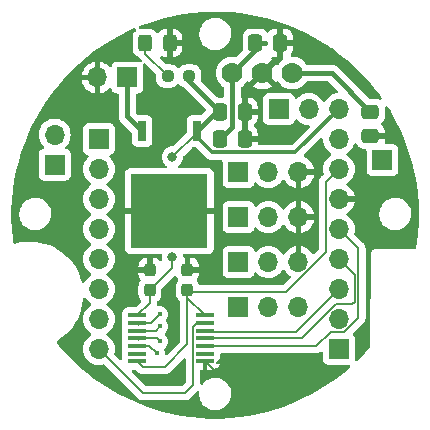
<source format=gbr>
%TF.GenerationSoftware,KiCad,Pcbnew,(7.0.0-0)*%
%TF.CreationDate,2023-10-07T19:29:10-07:00*%
%TF.ProjectId,tiny_rocket_av_bay,74696e79-5f72-46f6-936b-65745f61765f,rev?*%
%TF.SameCoordinates,Original*%
%TF.FileFunction,Copper,L2,Bot*%
%TF.FilePolarity,Positive*%
%FSLAX46Y46*%
G04 Gerber Fmt 4.6, Leading zero omitted, Abs format (unit mm)*
G04 Created by KiCad (PCBNEW (7.0.0-0)) date 2023-10-07 19:29:10*
%MOMM*%
%LPD*%
G01*
G04 APERTURE LIST*
G04 Aperture macros list*
%AMRoundRect*
0 Rectangle with rounded corners*
0 $1 Rounding radius*
0 $2 $3 $4 $5 $6 $7 $8 $9 X,Y pos of 4 corners*
0 Add a 4 corners polygon primitive as box body*
4,1,4,$2,$3,$4,$5,$6,$7,$8,$9,$2,$3,0*
0 Add four circle primitives for the rounded corners*
1,1,$1+$1,$2,$3*
1,1,$1+$1,$4,$5*
1,1,$1+$1,$6,$7*
1,1,$1+$1,$8,$9*
0 Add four rect primitives between the rounded corners*
20,1,$1+$1,$2,$3,$4,$5,0*
20,1,$1+$1,$4,$5,$6,$7,0*
20,1,$1+$1,$6,$7,$8,$9,0*
20,1,$1+$1,$8,$9,$2,$3,0*%
G04 Aperture macros list end*
%TA.AperFunction,ComponentPad*%
%ADD10R,1.700000X1.700000*%
%TD*%
%TA.AperFunction,ComponentPad*%
%ADD11O,1.700000X1.700000*%
%TD*%
%TA.AperFunction,SMDPad,CuDef*%
%ADD12R,0.711200X1.701800*%
%TD*%
%TA.AperFunction,SMDPad,CuDef*%
%ADD13R,6.553200X6.223000*%
%TD*%
%TA.AperFunction,SMDPad,CuDef*%
%ADD14RoundRect,0.250000X-0.337500X-0.475000X0.337500X-0.475000X0.337500X0.475000X-0.337500X0.475000X0*%
%TD*%
%TA.AperFunction,SMDPad,CuDef*%
%ADD15RoundRect,0.237500X-0.237500X0.300000X-0.237500X-0.300000X0.237500X-0.300000X0.237500X0.300000X0*%
%TD*%
%TA.AperFunction,SMDPad,CuDef*%
%ADD16RoundRect,0.250000X-0.475000X0.337500X-0.475000X-0.337500X0.475000X-0.337500X0.475000X0.337500X0*%
%TD*%
%TA.AperFunction,SMDPad,CuDef*%
%ADD17RoundRect,0.237500X0.250000X0.237500X-0.250000X0.237500X-0.250000X-0.237500X0.250000X-0.237500X0*%
%TD*%
%TA.AperFunction,SMDPad,CuDef*%
%ADD18RoundRect,0.100000X0.687500X0.100000X-0.687500X0.100000X-0.687500X-0.100000X0.687500X-0.100000X0*%
%TD*%
%TA.AperFunction,SMDPad,CuDef*%
%ADD19RoundRect,0.250000X0.325000X0.450000X-0.325000X0.450000X-0.325000X-0.450000X0.325000X-0.450000X0*%
%TD*%
%TA.AperFunction,ComponentPad*%
%ADD20C,1.778000*%
%TD*%
%TA.AperFunction,SMDPad,CuDef*%
%ADD21RoundRect,0.237500X0.237500X-0.300000X0.237500X0.300000X-0.237500X0.300000X-0.237500X-0.300000X0*%
%TD*%
%TA.AperFunction,ViaPad*%
%ADD22C,0.400000*%
%TD*%
%TA.AperFunction,ViaPad*%
%ADD23C,0.800000*%
%TD*%
%TA.AperFunction,Conductor*%
%ADD24C,0.203200*%
%TD*%
%TA.AperFunction,Conductor*%
%ADD25C,0.457200*%
%TD*%
%TA.AperFunction,Conductor*%
%ADD26C,0.304800*%
%TD*%
%TA.AperFunction,Conductor*%
%ADD27C,0.406400*%
%TD*%
G04 APERTURE END LIST*
D10*
%TO.P,J8,1,Pin_1*%
%TO.N,Net-(J8-Pin_1)*%
X39941499Y-86999999D03*
D11*
%TO.P,J8,2,Pin_2*%
%TO.N,Net-(J8-Pin_2)*%
X39941499Y-84459999D03*
%TD*%
D10*
%TO.P,U1,1,SDA*%
%TO.N,unconnected-(U1-SDA-Pad1)*%
X64007999Y-102615999D03*
D11*
%TO.P,U1,2,SCL*%
%TO.N,unconnected-(U1-SCL-Pad2)*%
X64007999Y-100075999D03*
%TO.P,U1,3,D1/LPIO1/UART_TX*%
%TO.N,Servo 1 3.3v*%
X64007999Y-97535999D03*
%TO.P,U1,4,D2/LPIO2/UART_RX*%
%TO.N,Servo 2 3.3v*%
X64007999Y-94995999D03*
%TO.P,U1,5,D3/LPIO3*%
%TO.N,Servo 3 3.3v*%
X64007999Y-92455999D03*
%TO.P,U1,6,GND*%
%TO.N,bat-*%
X64007999Y-89915999D03*
%TO.P,U1,7,VDDIO_EXT*%
%TO.N,+3.3V*%
X64007999Y-87375999D03*
%TO.P,U1,8,NC*%
%TO.N,unconnected-(U1-NC-Pad8)*%
X64007999Y-84835999D03*
%TO.P,U1,9,VIN*%
%TO.N,+5V*%
X64007999Y-82295999D03*
%TO.P,U1,10,NTC*%
%TO.N,unconnected-(U1-NTC-Pad10)*%
X61467999Y-82295999D03*
D10*
%TO.P,U1,11,Vbat*%
%TO.N,unconnected-(U1-Vbat-Pad11)*%
X58927999Y-82295999D03*
%TO.P,U1,12,A0/D16*%
%TO.N,Net-(J8-Pin_2)*%
X43687999Y-84835999D03*
D11*
%TO.P,U1,13,A1/D17*%
%TO.N,Net-(J8-Pin_1)*%
X43687999Y-87375999D03*
%TO.P,U1,14,SCK*%
%TO.N,unconnected-(U1-SCK-Pad14)*%
X43687999Y-89915999D03*
%TO.P,U1,15,CIPO*%
%TO.N,unconnected-(U1-CIPO-Pad15)*%
X43687999Y-92455999D03*
%TO.P,U1,16,COPI*%
%TO.N,unconnected-(U1-COPI-Pad16)*%
X43687999Y-94995999D03*
%TO.P,U1,17,SS*%
%TO.N,unconnected-(U1-SS-Pad17)*%
X43687999Y-97535999D03*
%TO.P,U1,18,A2/D18*%
%TO.N,unconnected-(U1-A2{slash}D18-Pad18)*%
X43687999Y-100075999D03*
%TO.P,U1,19,D0/LPIO0*%
%TO.N,Servo 0 3.3v*%
X43687999Y-102615999D03*
%TD*%
D10*
%TO.P,J6,1,Pin_1*%
%TO.N,+3.3V*%
X67690999Y-86613999D03*
%TD*%
%TO.P,J4,1,Pin_1*%
%TO.N,Servo 0 5v*%
X55498999Y-87629999D03*
D11*
%TO.P,J4,2,Pin_2*%
%TO.N,+12V*%
X58038999Y-87629999D03*
%TO.P,J4,3,Pin_3*%
%TO.N,bat-*%
X60578999Y-87629999D03*
%TD*%
D10*
%TO.P,J2,1,Pin_1*%
%TO.N,Servo 1 5v*%
X55498999Y-91439999D03*
D11*
%TO.P,J2,2,Pin_2*%
%TO.N,+12V*%
X58038999Y-91439999D03*
%TO.P,J2,3,Pin_3*%
%TO.N,bat-*%
X60578999Y-91439999D03*
%TD*%
D12*
%TO.P,U5,1,VCC*%
%TO.N,bat+*%
X47356998Y-84175599D03*
D13*
%TO.P,U5,2,FIN*%
%TO.N,bat-*%
X49656999Y-90931999D03*
D12*
%TO.P,U5,3,VOUT*%
%TO.N,+5V*%
X51957000Y-84175599D03*
%TD*%
D14*
%TO.P,C5,1*%
%TO.N,+5V*%
X53953500Y-82550000D03*
%TO.P,C5,2*%
%TO.N,bat-*%
X56028500Y-82550000D03*
%TD*%
D15*
%TO.P,C1,1*%
%TO.N,bat-*%
X51181000Y-95911500D03*
%TO.P,C1,2*%
%TO.N,+3.3V*%
X51181000Y-97636500D03*
%TD*%
D16*
%TO.P,C6,1*%
%TO.N,+12V*%
X66675000Y-82528500D03*
%TO.P,C6,2*%
%TO.N,bat-*%
X66675000Y-84603500D03*
%TD*%
D17*
%TO.P,R2,1*%
%TO.N,+5V*%
X51331500Y-79502000D03*
%TO.P,R2,2*%
%TO.N,Net-(D1-A)*%
X49506500Y-79502000D03*
%TD*%
D18*
%TO.P,U6,1,1*%
%TO.N,+3.3V*%
X52658500Y-99764000D03*
%TO.P,U6,2,2*%
%TO.N,Servo 0 3.3v*%
X52658500Y-100414000D03*
%TO.P,U6,3,3*%
%TO.N,Servo 1 3.3v*%
X52658500Y-101064000D03*
%TO.P,U6,4,4*%
%TO.N,Servo 2 3.3v*%
X52658500Y-101714000D03*
%TO.P,U6,5,5*%
%TO.N,Servo 3 3.3v*%
X52658500Y-102364000D03*
%TO.P,U6,6,6*%
%TO.N,unconnected-(U6-Pad6)*%
X52658500Y-103014000D03*
%TO.P,U6,7,7*%
%TO.N,bat-*%
X52658500Y-103664000D03*
%TO.P,U6,8,8*%
%TO.N,+3.3V*%
X46933500Y-103664000D03*
%TO.P,U6,9,9*%
%TO.N,unconnected-(U6-Pad9)*%
X46933500Y-103014000D03*
%TO.P,U6,10,10*%
%TO.N,Servo 3 5v*%
X46933500Y-102364000D03*
%TO.P,U6,11,11*%
%TO.N,Servo 2 5v*%
X46933500Y-101714000D03*
%TO.P,U6,12,12*%
%TO.N,Servo 1 5v*%
X46933500Y-101064000D03*
%TO.P,U6,13,13*%
%TO.N,Servo 0 5v*%
X46933500Y-100414000D03*
%TO.P,U6,14,14*%
%TO.N,+5V*%
X46933500Y-99764000D03*
%TD*%
D10*
%TO.P,BT1,1,+*%
%TO.N,bat+*%
X46100999Y-79628999D03*
D11*
%TO.P,BT1,2,-*%
%TO.N,bat-*%
X43560999Y-79628999D03*
%TD*%
D14*
%TO.P,C7,1*%
%TO.N,bat+*%
X56938000Y-76708000D03*
%TO.P,C7,2*%
%TO.N,bat-*%
X59013000Y-76708000D03*
%TD*%
D19*
%TO.P,D1,1,K*%
%TO.N,bat-*%
X49666000Y-76708000D03*
%TO.P,D1,2,A*%
%TO.N,Net-(D1-A)*%
X47616000Y-76708000D03*
%TD*%
D20*
%TO.P,U4,1,IN*%
%TO.N,bat+*%
X54991000Y-79248000D03*
%TO.P,U4,2,GND*%
%TO.N,bat-*%
X57531000Y-79248000D03*
%TO.P,U4,3,OUT*%
%TO.N,+12V*%
X60071000Y-79248000D03*
%TD*%
D14*
%TO.P,C4,1*%
%TO.N,bat+*%
X53953500Y-84836000D03*
%TO.P,C4,2*%
%TO.N,bat-*%
X56028500Y-84836000D03*
%TD*%
D21*
%TO.P,C2,1*%
%TO.N,+5V*%
X48006000Y-97636500D03*
%TO.P,C2,2*%
%TO.N,bat-*%
X48006000Y-95911500D03*
%TD*%
D10*
%TO.P,J3,1,Pin_1*%
%TO.N,Servo 2 5v*%
X55498999Y-95249999D03*
D11*
%TO.P,J3,2,Pin_2*%
%TO.N,+12V*%
X58038999Y-95249999D03*
%TO.P,J3,3,Pin_3*%
%TO.N,bat-*%
X60578999Y-95249999D03*
%TD*%
D10*
%TO.P,J5,1,Pin_1*%
%TO.N,Servo 3 5v*%
X55498999Y-99059999D03*
D11*
%TO.P,J5,2,Pin_2*%
%TO.N,+12V*%
X58038999Y-99059999D03*
%TO.P,J5,3,Pin_3*%
%TO.N,bat-*%
X60578999Y-99059999D03*
%TD*%
D22*
%TO.N,bat-*%
X49784000Y-97028000D03*
X46228000Y-97028000D03*
%TO.N,Servo 1 5v*%
X48831500Y-100711000D03*
%TO.N,Servo 2 5v*%
X48831500Y-101981000D03*
%TO.N,bat-*%
X58166000Y-84074000D03*
X50546000Y-104394000D03*
X53721000Y-104394000D03*
X44831000Y-77724000D03*
D23*
%TO.N,+5V*%
X49911000Y-94869000D03*
X49911000Y-86360000D03*
D22*
%TO.N,Servo 0 5v*%
X48831500Y-99695000D03*
%TO.N,Servo 3 5v*%
X48577500Y-102997000D03*
%TD*%
D24*
%TO.N,Servo 1 5v*%
X46933500Y-101064000D02*
X48478500Y-101064000D01*
X47088500Y-101219000D02*
X46933500Y-101064000D01*
X48478500Y-101064000D02*
X48831500Y-100711000D01*
%TO.N,Servo 2 5v*%
X47073500Y-101854000D02*
X46933500Y-101714000D01*
X48564500Y-101714000D02*
X48831500Y-101981000D01*
X46933500Y-101714000D02*
X48564500Y-101714000D01*
%TO.N,bat-*%
X53721000Y-104394000D02*
X53388500Y-104394000D01*
X50497300Y-104442700D02*
X50546000Y-104394000D01*
X53388500Y-104394000D02*
X52658500Y-103664000D01*
X50497300Y-105664000D02*
X50497300Y-104442700D01*
D25*
%TO.N,bat+*%
X57763500Y-76708000D02*
X57531000Y-76708000D01*
X56938000Y-76708000D02*
X56938000Y-77301000D01*
X54991000Y-83798500D02*
X54991000Y-79248000D01*
X53953500Y-84836000D02*
X54991000Y-83798500D01*
X46101000Y-79629000D02*
X46101000Y-82919601D01*
X46101000Y-82919601D02*
X47356999Y-84175600D01*
X56938000Y-77301000D02*
X54991000Y-79248000D01*
D26*
%TO.N,+5V*%
X60325000Y-85979000D02*
X53265101Y-85979000D01*
D27*
X51331500Y-79502000D02*
X51331500Y-79928000D01*
D24*
X48006000Y-97636500D02*
X48006000Y-98691500D01*
D27*
X53582601Y-82550000D02*
X51957001Y-84175600D01*
D26*
X53265101Y-85979000D02*
X51957001Y-84670900D01*
D24*
X49911000Y-86360000D02*
X51957001Y-84313999D01*
X49911000Y-94869000D02*
X49911000Y-95731500D01*
D26*
X51957001Y-84670900D02*
X51957001Y-84175600D01*
X64008000Y-82296000D02*
X60325000Y-85979000D01*
D24*
X48006000Y-98691500D02*
X46933500Y-99764000D01*
D27*
X53953500Y-82550000D02*
X53582601Y-82550000D01*
X51331500Y-79928000D02*
X53953500Y-82550000D01*
D24*
X51957001Y-84313999D02*
X51957001Y-84175600D01*
X49911000Y-95731500D02*
X48006000Y-97636500D01*
D27*
%TO.N,+12V*%
X66675000Y-82528500D02*
X63394500Y-79248000D01*
X63394500Y-79248000D02*
X60071000Y-79248000D01*
D24*
%TO.N,Net-(D1-A)*%
X47616000Y-76708000D02*
X47616000Y-77611500D01*
X47616000Y-77611500D02*
X49506500Y-79502000D01*
%TO.N,Servo 0 5v*%
X47103500Y-100584000D02*
X46933500Y-100414000D01*
X48831500Y-99695000D02*
X48112500Y-100414000D01*
X48112500Y-100414000D02*
X46933500Y-100414000D01*
%TO.N,Servo 3 5v*%
X47058500Y-102489000D02*
X46933500Y-102364000D01*
X47944500Y-102364000D02*
X48577500Y-102997000D01*
X46933500Y-102364000D02*
X47944500Y-102364000D01*
%TO.N,+3.3V*%
X64008000Y-87376000D02*
X62929400Y-88454600D01*
X51181000Y-102235000D02*
X51181000Y-97636500D01*
X49276000Y-104140000D02*
X51181000Y-102235000D01*
X47409500Y-104140000D02*
X49276000Y-104140000D01*
X53721000Y-97790000D02*
X51334500Y-97790000D01*
X51334500Y-97790000D02*
X51181000Y-97636500D01*
X51181000Y-97636500D02*
X51181000Y-98286500D01*
X51181000Y-98286500D02*
X52658500Y-99764000D01*
X62929400Y-94424971D02*
X59564371Y-97790000D01*
X59564371Y-97790000D02*
X53721000Y-97790000D01*
X46933500Y-103664000D02*
X47409500Y-104140000D01*
X62929400Y-88454600D02*
X62929400Y-94424971D01*
%TO.N,Servo 1 3.3v*%
X60367799Y-101176201D02*
X52770701Y-101176201D01*
X52770701Y-101176201D02*
X52658500Y-101064000D01*
X60367799Y-101176201D02*
X64008000Y-97536000D01*
%TO.N,Servo 2 3.3v*%
X65328800Y-96316800D02*
X64008000Y-94996000D01*
X65151000Y-98806000D02*
X65328800Y-98628200D01*
X63752629Y-98806000D02*
X65151000Y-98806000D01*
X52696300Y-101676200D02*
X52658500Y-101714000D01*
X60882429Y-101676200D02*
X63752629Y-98806000D01*
X65328800Y-98628200D02*
X65328800Y-96316800D01*
X60882429Y-101676200D02*
X52696300Y-101676200D01*
%TO.N,Servo 3 3.3v*%
X64454771Y-101154600D02*
X65659000Y-99950371D01*
X62102800Y-102364000D02*
X63312200Y-101154600D01*
X52658500Y-102364000D02*
X62102800Y-102364000D01*
X65659000Y-99950371D02*
X65659000Y-94107000D01*
X65659000Y-94107000D02*
X64008000Y-92456000D01*
X63312200Y-101154600D02*
X64454771Y-101154600D01*
%TO.N,Servo 0 3.3v*%
X50958871Y-106367600D02*
X51642400Y-105684071D01*
X51642400Y-100757600D02*
X51986000Y-100414000D01*
X43688000Y-102616000D02*
X47439600Y-106367600D01*
X51642400Y-105684071D02*
X51642400Y-100757600D01*
X51986000Y-100414000D02*
X52658500Y-100414000D01*
X47439600Y-106367600D02*
X50958871Y-106367600D01*
%TD*%
%TA.AperFunction,Conductor*%
%TO.N,bat-*%
G36*
X42533414Y-98267744D02*
G01*
X42579596Y-98307561D01*
X42646395Y-98402961D01*
X42646401Y-98402968D01*
X42649505Y-98407401D01*
X42816599Y-98574495D01*
X42821032Y-98577599D01*
X42821038Y-98577604D01*
X43002158Y-98704425D01*
X43041024Y-98748743D01*
X43055035Y-98806000D01*
X43041024Y-98863257D01*
X43002159Y-98907575D01*
X42821041Y-99034395D01*
X42816599Y-99037505D01*
X42812775Y-99041328D01*
X42812769Y-99041334D01*
X42653334Y-99200769D01*
X42653328Y-99200775D01*
X42649505Y-99204599D01*
X42646402Y-99209029D01*
X42646399Y-99209034D01*
X42517073Y-99393731D01*
X42517068Y-99393738D01*
X42513965Y-99398171D01*
X42511677Y-99403077D01*
X42511675Y-99403081D01*
X42416386Y-99607427D01*
X42416383Y-99607432D01*
X42414097Y-99612337D01*
X42412698Y-99617557D01*
X42412694Y-99617569D01*
X42354337Y-99835365D01*
X42354335Y-99835371D01*
X42352937Y-99840592D01*
X42352465Y-99845977D01*
X42352465Y-99845982D01*
X42343057Y-99953520D01*
X42332341Y-100076000D01*
X42332813Y-100081395D01*
X42350074Y-100278692D01*
X42352937Y-100311408D01*
X42354336Y-100316630D01*
X42354337Y-100316634D01*
X42412694Y-100534430D01*
X42412697Y-100534438D01*
X42414097Y-100539663D01*
X42416385Y-100544570D01*
X42416386Y-100544572D01*
X42511678Y-100748927D01*
X42511681Y-100748933D01*
X42513965Y-100753830D01*
X42517064Y-100758257D01*
X42517066Y-100758259D01*
X42646399Y-100942966D01*
X42646402Y-100942970D01*
X42649505Y-100947401D01*
X42816599Y-101114495D01*
X42821032Y-101117599D01*
X42821038Y-101117604D01*
X43002158Y-101244425D01*
X43041024Y-101288743D01*
X43055035Y-101346000D01*
X43041024Y-101403257D01*
X43002160Y-101447574D01*
X42816599Y-101577505D01*
X42812775Y-101581328D01*
X42812769Y-101581334D01*
X42653334Y-101740769D01*
X42653328Y-101740775D01*
X42649505Y-101744599D01*
X42646402Y-101749029D01*
X42646399Y-101749034D01*
X42517073Y-101933731D01*
X42517068Y-101933738D01*
X42513965Y-101938171D01*
X42511677Y-101943077D01*
X42511675Y-101943081D01*
X42416386Y-102147427D01*
X42416383Y-102147432D01*
X42414097Y-102152337D01*
X42412698Y-102157557D01*
X42412694Y-102157569D01*
X42354337Y-102375365D01*
X42354335Y-102375371D01*
X42352937Y-102380592D01*
X42352465Y-102385977D01*
X42352465Y-102385982D01*
X42346365Y-102455705D01*
X42332341Y-102616000D01*
X42332813Y-102621395D01*
X42352465Y-102846017D01*
X42352465Y-102846020D01*
X42352937Y-102851408D01*
X42354336Y-102856630D01*
X42354337Y-102856634D01*
X42412694Y-103074430D01*
X42412697Y-103074438D01*
X42414097Y-103079663D01*
X42416385Y-103084570D01*
X42416386Y-103084572D01*
X42511678Y-103288927D01*
X42511681Y-103288933D01*
X42513965Y-103293830D01*
X42517064Y-103298257D01*
X42517066Y-103298259D01*
X42646399Y-103482966D01*
X42646402Y-103482970D01*
X42649505Y-103487401D01*
X42816599Y-103654495D01*
X42821031Y-103657598D01*
X42821033Y-103657600D01*
X42913009Y-103722002D01*
X43010170Y-103790035D01*
X43224337Y-103889903D01*
X43452592Y-103951063D01*
X43688000Y-103971659D01*
X43923408Y-103951063D01*
X44049972Y-103917150D01*
X44114158Y-103917150D01*
X44169746Y-103949244D01*
X46980199Y-106759697D01*
X46990893Y-106771891D01*
X47005229Y-106790573D01*
X47010178Y-106797022D01*
X47018424Y-106803349D01*
X47041737Y-106821238D01*
X47041753Y-106821251D01*
X47041754Y-106821252D01*
X47135953Y-106893534D01*
X47143461Y-106896643D01*
X47143463Y-106896645D01*
X47230895Y-106932860D01*
X47282420Y-106954202D01*
X47439600Y-106974895D01*
X47471003Y-106970760D01*
X47487186Y-106969700D01*
X50911292Y-106969700D01*
X50927475Y-106970760D01*
X50958871Y-106974894D01*
X50998326Y-106969700D01*
X50998331Y-106969700D01*
X51116051Y-106954202D01*
X51262518Y-106893533D01*
X51262517Y-106893533D01*
X51356718Y-106821251D01*
X51356725Y-106821244D01*
X51359763Y-106818913D01*
X51388293Y-106797022D01*
X51407576Y-106771891D01*
X51418261Y-106759706D01*
X51968784Y-106209183D01*
X52021161Y-106177997D01*
X52082072Y-106175539D01*
X52136794Y-106202405D01*
X52172100Y-106252100D01*
X52179459Y-106312615D01*
X52172328Y-106368306D01*
X52172551Y-106373560D01*
X52172551Y-106373565D01*
X52177451Y-106488911D01*
X52182114Y-106598668D01*
X52183221Y-106603809D01*
X52183223Y-106603817D01*
X52226681Y-106805461D01*
X52230690Y-106824062D01*
X52232652Y-106828945D01*
X52232654Y-106828951D01*
X52281734Y-106951091D01*
X52316659Y-107038006D01*
X52319422Y-107042494D01*
X52319424Y-107042497D01*
X52434786Y-107229857D01*
X52434791Y-107229863D01*
X52437549Y-107234343D01*
X52589880Y-107407425D01*
X52769272Y-107552274D01*
X52970563Y-107664721D01*
X53187962Y-107741533D01*
X53415215Y-107780500D01*
X53585404Y-107780500D01*
X53588035Y-107780500D01*
X53760239Y-107765843D01*
X53983369Y-107707745D01*
X54193471Y-107612773D01*
X54384500Y-107483659D01*
X54550962Y-107324119D01*
X54688066Y-107138742D01*
X54791870Y-106932860D01*
X54859386Y-106712397D01*
X54888672Y-106483694D01*
X54878886Y-106253332D01*
X54830310Y-106027938D01*
X54744341Y-105813994D01*
X54692119Y-105729181D01*
X54626213Y-105622142D01*
X54626210Y-105622138D01*
X54623451Y-105617657D01*
X54471120Y-105444575D01*
X54291728Y-105299726D01*
X54188712Y-105242178D01*
X54095037Y-105189848D01*
X54095030Y-105189845D01*
X54090437Y-105187279D01*
X54081226Y-105184024D01*
X53878007Y-105112222D01*
X53877999Y-105112220D01*
X53873038Y-105110467D01*
X53867847Y-105109577D01*
X53867840Y-105109575D01*
X53650978Y-105072390D01*
X53650972Y-105072389D01*
X53645785Y-105071500D01*
X53472965Y-105071500D01*
X53470349Y-105071722D01*
X53470340Y-105071723D01*
X53306014Y-105085709D01*
X53306003Y-105085710D01*
X53300761Y-105086157D01*
X53295662Y-105087484D01*
X53295660Y-105087485D01*
X53082726Y-105142928D01*
X53082721Y-105142929D01*
X53077631Y-105144255D01*
X53072838Y-105146421D01*
X53072831Y-105146424D01*
X52872331Y-105237055D01*
X52872318Y-105237062D01*
X52867529Y-105239227D01*
X52863167Y-105242175D01*
X52863162Y-105242178D01*
X52680867Y-105365389D01*
X52680863Y-105365391D01*
X52676500Y-105368341D01*
X52672700Y-105371982D01*
X52672695Y-105371987D01*
X52513841Y-105524235D01*
X52513834Y-105524242D01*
X52510038Y-105527881D01*
X52506912Y-105532107D01*
X52506909Y-105532111D01*
X52489371Y-105555823D01*
X52468194Y-105584457D01*
X52420533Y-105623276D01*
X52360084Y-105634435D01*
X52301702Y-105615191D01*
X52259737Y-105570274D01*
X52244500Y-105510721D01*
X52244500Y-104488000D01*
X52261113Y-104426000D01*
X52306500Y-104380613D01*
X52368500Y-104364000D01*
X52442174Y-104364000D01*
X52455049Y-104360549D01*
X52458500Y-104347674D01*
X52458500Y-103838500D01*
X52475113Y-103776500D01*
X52520500Y-103731113D01*
X52582499Y-103714500D01*
X52637166Y-103714499D01*
X52741333Y-103714499D01*
X52796174Y-103727286D01*
X52839706Y-103763011D01*
X52862949Y-103814304D01*
X52861108Y-103870588D01*
X52858500Y-103880323D01*
X52858500Y-104347673D01*
X52861950Y-104360548D01*
X52874826Y-104363999D01*
X53381267Y-104363999D01*
X53389344Y-104363469D01*
X53494570Y-104349617D01*
X53510142Y-104345444D01*
X53641078Y-104291209D01*
X53655036Y-104283152D01*
X53767482Y-104196868D01*
X53778868Y-104185482D01*
X53865152Y-104073036D01*
X53873209Y-104059078D01*
X53927443Y-103928145D01*
X53931617Y-103912568D01*
X53935701Y-103881552D01*
X53933595Y-103867873D01*
X53920308Y-103864000D01*
X53718978Y-103864000D01*
X53656977Y-103847387D01*
X53611590Y-103801999D01*
X53594978Y-103739997D01*
X53611593Y-103677997D01*
X53649802Y-103639789D01*
X53648841Y-103638536D01*
X53648840Y-103638536D01*
X53774282Y-103542282D01*
X53779228Y-103535835D01*
X53779231Y-103535833D01*
X53797126Y-103512513D01*
X53840658Y-103476788D01*
X53895501Y-103464000D01*
X53920310Y-103464000D01*
X53933594Y-103460127D01*
X53935700Y-103446446D01*
X53931617Y-103415432D01*
X53927444Y-103399857D01*
X53922163Y-103387107D01*
X53912724Y-103339652D01*
X53922163Y-103292202D01*
X53931044Y-103270762D01*
X53946500Y-103153361D01*
X53946500Y-103090100D01*
X53963113Y-103028100D01*
X54008500Y-102982713D01*
X54070500Y-102966100D01*
X62055221Y-102966100D01*
X62071404Y-102967160D01*
X62102800Y-102971294D01*
X62142255Y-102966100D01*
X62142260Y-102966100D01*
X62259980Y-102950602D01*
X62406447Y-102889933D01*
X62426377Y-102874640D01*
X62458015Y-102850363D01*
X62521344Y-102825336D01*
X62588343Y-102837526D01*
X62638801Y-102883258D01*
X62657500Y-102948739D01*
X62657500Y-103510560D01*
X62657500Y-103510578D01*
X62657501Y-103513872D01*
X62657853Y-103517150D01*
X62657854Y-103517161D01*
X62663079Y-103565768D01*
X62663080Y-103565773D01*
X62663909Y-103573483D01*
X62666619Y-103580749D01*
X62666620Y-103580753D01*
X62691472Y-103647384D01*
X62714204Y-103708331D01*
X62719518Y-103715430D01*
X62719519Y-103715431D01*
X62775367Y-103790035D01*
X62800454Y-103823546D01*
X62915669Y-103909796D01*
X63050517Y-103960091D01*
X63110127Y-103966500D01*
X64854540Y-103966499D01*
X64912520Y-103980889D01*
X64957043Y-104020721D01*
X64977775Y-104076747D01*
X64969903Y-104135966D01*
X64935256Y-104184632D01*
X64422128Y-104624621D01*
X64417591Y-104628329D01*
X63780620Y-105124274D01*
X63775913Y-105127763D01*
X63116231Y-105593059D01*
X63111364Y-105596322D01*
X62430454Y-106029925D01*
X62425439Y-106032955D01*
X61724774Y-106433926D01*
X61719621Y-106436715D01*
X61000822Y-106804125D01*
X60995543Y-106806668D01*
X60260187Y-107139715D01*
X60254794Y-107142006D01*
X59504508Y-107439948D01*
X59499013Y-107441981D01*
X58735492Y-107704148D01*
X58729906Y-107705919D01*
X57954887Y-107931713D01*
X57949225Y-107933219D01*
X57164358Y-108122161D01*
X57158630Y-108123397D01*
X56365758Y-108275043D01*
X56359978Y-108276008D01*
X55560784Y-108390034D01*
X55554966Y-108390724D01*
X54751313Y-108466867D01*
X54745468Y-108467282D01*
X53939092Y-108505375D01*
X53933235Y-108505513D01*
X53125965Y-108505471D01*
X53120107Y-108505332D01*
X52313756Y-108467155D01*
X52307911Y-108466740D01*
X51504242Y-108390512D01*
X51498424Y-108389821D01*
X50699268Y-108275714D01*
X50693488Y-108274749D01*
X49900605Y-108123017D01*
X49894878Y-108121780D01*
X49110060Y-107932763D01*
X49104397Y-107931257D01*
X48329370Y-107705373D01*
X48323785Y-107703601D01*
X47560298Y-107441357D01*
X47554803Y-107439323D01*
X46804567Y-107141310D01*
X46799174Y-107139019D01*
X46063843Y-106805892D01*
X46058565Y-106803349D01*
X45339796Y-106435860D01*
X45334643Y-106433070D01*
X44634021Y-106032026D01*
X44629006Y-106028995D01*
X43948146Y-105595324D01*
X43943280Y-105592061D01*
X43283643Y-105126694D01*
X43278936Y-105123204D01*
X42642018Y-104627194D01*
X42637481Y-104623485D01*
X42024718Y-104097950D01*
X42020362Y-104094032D01*
X41998101Y-104073036D01*
X41739217Y-103828858D01*
X41433094Y-103540124D01*
X41428928Y-103536004D01*
X41055931Y-103149305D01*
X40868491Y-102954979D01*
X40864529Y-102950673D01*
X40862832Y-102948739D01*
X40332163Y-102343820D01*
X40328404Y-102339325D01*
X40139748Y-102102588D01*
X40116306Y-102054907D01*
X40114972Y-102001792D01*
X40135991Y-101952995D01*
X40175502Y-101917474D01*
X40256978Y-101871221D01*
X40597060Y-101634557D01*
X40914060Y-101367769D01*
X41205319Y-101073094D01*
X41468392Y-100753005D01*
X41701074Y-100410186D01*
X41901411Y-100047515D01*
X42067723Y-99668035D01*
X42198614Y-99274928D01*
X42292986Y-98871494D01*
X42350048Y-98461118D01*
X42354155Y-98372915D01*
X42371881Y-98314573D01*
X42415272Y-98271733D01*
X42473837Y-98254755D01*
X42533414Y-98267744D01*
G37*
%TD.AperFunction*%
%TA.AperFunction,Conductor*%
G36*
X50989185Y-103426242D02*
G01*
X51026785Y-103470265D01*
X51040300Y-103526560D01*
X51040300Y-105383311D01*
X51030861Y-105430764D01*
X51003981Y-105470992D01*
X50745792Y-105729181D01*
X50705564Y-105756061D01*
X50658111Y-105765500D01*
X47740360Y-105765500D01*
X47692907Y-105756061D01*
X47652679Y-105729181D01*
X46499678Y-104576180D01*
X46469428Y-104526817D01*
X46464886Y-104469101D01*
X46487041Y-104415614D01*
X46531064Y-104378014D01*
X46587359Y-104364499D01*
X46731139Y-104364499D01*
X46778592Y-104373938D01*
X46818820Y-104400818D01*
X46950099Y-104532097D01*
X46960793Y-104544291D01*
X46975129Y-104562973D01*
X46980078Y-104569422D01*
X47011637Y-104593638D01*
X47011653Y-104593651D01*
X47011654Y-104593652D01*
X47105853Y-104665934D01*
X47113361Y-104669043D01*
X47113363Y-104669045D01*
X47226967Y-104716100D01*
X47252320Y-104726602D01*
X47409500Y-104747295D01*
X47440903Y-104743160D01*
X47457086Y-104742100D01*
X49228421Y-104742100D01*
X49244604Y-104743160D01*
X49276000Y-104747294D01*
X49315455Y-104742100D01*
X49315460Y-104742100D01*
X49433180Y-104726602D01*
X49579647Y-104665933D01*
X49632476Y-104625396D01*
X49673847Y-104593651D01*
X49673846Y-104593651D01*
X49673854Y-104593644D01*
X49673862Y-104593638D01*
X49705422Y-104569422D01*
X49724705Y-104544291D01*
X49735390Y-104532106D01*
X50828618Y-103438879D01*
X50877982Y-103408629D01*
X50935698Y-103404087D01*
X50989185Y-103426242D01*
G37*
%TD.AperFunction*%
%TA.AperFunction,Conductor*%
G36*
X68083470Y-82071401D02*
G01*
X68129652Y-82114764D01*
X68375034Y-82507395D01*
X68378052Y-82512490D01*
X68778010Y-83226152D01*
X68780781Y-83231385D01*
X69146217Y-83963342D01*
X69148735Y-83968702D01*
X69478806Y-84717269D01*
X69481065Y-84722743D01*
X69775021Y-85486216D01*
X69777016Y-85491792D01*
X70034181Y-86268416D01*
X70035908Y-86274081D01*
X70255704Y-87062112D01*
X70257158Y-87067852D01*
X70379903Y-87606017D01*
X70433193Y-87839663D01*
X70439078Y-87865463D01*
X70440257Y-87871267D01*
X70583890Y-88676672D01*
X70584790Y-88682525D01*
X70689804Y-89493852D01*
X70690424Y-89499741D01*
X70756585Y-90315168D01*
X70756923Y-90321081D01*
X70784075Y-91138740D01*
X70784130Y-91144661D01*
X70772215Y-91962682D01*
X70771987Y-91968600D01*
X70721029Y-92785111D01*
X70720519Y-92791011D01*
X70630636Y-93604159D01*
X70629845Y-93610028D01*
X70556401Y-94071427D01*
X70534307Y-94124757D01*
X70490461Y-94162305D01*
X70434367Y-94175933D01*
X67106633Y-94187324D01*
X67097622Y-94186869D01*
X67087832Y-94183957D01*
X67076383Y-94184880D01*
X67076381Y-94184880D01*
X67048144Y-94187157D01*
X67038610Y-94187557D01*
X67032858Y-94187577D01*
X67032855Y-94187577D01*
X67027128Y-94187597D01*
X67021510Y-94188666D01*
X67020436Y-94188770D01*
X67009027Y-94190312D01*
X66987300Y-94192065D01*
X66987298Y-94192065D01*
X66975849Y-94192989D01*
X66965504Y-94197986D01*
X66960613Y-94199315D01*
X66955876Y-94201168D01*
X66944592Y-94203319D01*
X66934847Y-94209398D01*
X66934841Y-94209401D01*
X66916348Y-94220938D01*
X66904666Y-94227380D01*
X66885036Y-94236865D01*
X66885028Y-94236870D01*
X66874692Y-94241865D01*
X66866857Y-94250255D01*
X66862765Y-94253270D01*
X66859020Y-94256707D01*
X66849276Y-94262787D01*
X66842386Y-94271974D01*
X66842380Y-94271981D01*
X66829298Y-94289428D01*
X66820731Y-94299656D01*
X66805860Y-94315584D01*
X66805858Y-94315586D01*
X66798020Y-94323982D01*
X66793744Y-94334639D01*
X66791019Y-94338926D01*
X66788767Y-94343485D01*
X66781879Y-94352674D01*
X66778774Y-94363727D01*
X66778771Y-94363735D01*
X66772878Y-94384720D01*
X66768585Y-94397353D01*
X66760468Y-94417587D01*
X66760467Y-94417590D01*
X66756191Y-94428251D01*
X66756053Y-94439737D01*
X66755060Y-94444726D01*
X66754609Y-94449776D01*
X66751504Y-94460835D01*
X66752602Y-94472265D01*
X66752602Y-94472272D01*
X66754688Y-94493971D01*
X66755248Y-94507309D01*
X66661503Y-102375399D01*
X66653296Y-102418307D01*
X66630719Y-102455705D01*
X66195254Y-102951995D01*
X66191286Y-102956307D01*
X65630795Y-103537266D01*
X65626628Y-103541386D01*
X65567571Y-103597076D01*
X65518039Y-103625659D01*
X65460949Y-103628974D01*
X65408442Y-103606317D01*
X65371686Y-103562507D01*
X65358499Y-103506865D01*
X65358499Y-101718128D01*
X65352091Y-101658517D01*
X65301796Y-101523669D01*
X65215546Y-101408454D01*
X65216368Y-101407838D01*
X65188675Y-101359874D01*
X65188675Y-101295686D01*
X65220769Y-101240099D01*
X65588445Y-100872423D01*
X66051107Y-100409760D01*
X66063291Y-100399075D01*
X66088422Y-100379793D01*
X66112648Y-100348220D01*
X66112651Y-100348218D01*
X66184933Y-100254018D01*
X66245602Y-100107551D01*
X66253019Y-100051210D01*
X66261100Y-99989831D01*
X66261100Y-99989826D01*
X66266294Y-99950371D01*
X66264258Y-99934909D01*
X66262161Y-99918975D01*
X66261100Y-99902791D01*
X66261100Y-94154586D01*
X66262161Y-94138401D01*
X66265234Y-94115059D01*
X66266295Y-94107000D01*
X66245602Y-93949820D01*
X66201731Y-93843904D01*
X66188045Y-93810863D01*
X66188043Y-93810861D01*
X66184934Y-93803353D01*
X66112652Y-93709154D01*
X66112648Y-93709150D01*
X66088422Y-93677578D01*
X66063295Y-93658297D01*
X66051101Y-93647603D01*
X65341244Y-92937746D01*
X65309150Y-92882158D01*
X65309150Y-92817971D01*
X65343063Y-92691408D01*
X65363659Y-92456000D01*
X65343063Y-92220592D01*
X65294572Y-92039619D01*
X65283305Y-91997569D01*
X65283304Y-91997567D01*
X65281903Y-91992337D01*
X65182035Y-91778171D01*
X65046495Y-91584599D01*
X64879401Y-91417505D01*
X64874970Y-91414402D01*
X64874966Y-91414399D01*
X64693405Y-91287269D01*
X64654540Y-91242951D01*
X64640529Y-91185694D01*
X64654540Y-91128437D01*
X64654655Y-91128306D01*
X67412328Y-91128306D01*
X67412551Y-91133560D01*
X67412551Y-91133565D01*
X67419081Y-91287269D01*
X67422114Y-91358668D01*
X67423221Y-91363809D01*
X67423223Y-91363817D01*
X67446624Y-91472397D01*
X67470690Y-91584062D01*
X67472652Y-91588945D01*
X67472654Y-91588951D01*
X67518796Y-91703780D01*
X67556659Y-91798006D01*
X67559422Y-91802494D01*
X67559424Y-91802497D01*
X67674786Y-91989857D01*
X67674791Y-91989863D01*
X67677549Y-91994343D01*
X67829880Y-92167425D01*
X68009272Y-92312274D01*
X68147483Y-92389483D01*
X68167951Y-92400917D01*
X68210563Y-92424721D01*
X68427962Y-92501533D01*
X68655215Y-92540500D01*
X68825404Y-92540500D01*
X68828035Y-92540500D01*
X69000239Y-92525843D01*
X69223369Y-92467745D01*
X69433471Y-92372773D01*
X69624500Y-92243659D01*
X69790962Y-92084119D01*
X69928066Y-91898742D01*
X70031870Y-91692860D01*
X70099386Y-91472397D01*
X70128672Y-91243694D01*
X70118886Y-91013332D01*
X70070310Y-90787938D01*
X69984341Y-90573994D01*
X69952819Y-90522800D01*
X69866213Y-90382142D01*
X69866210Y-90382138D01*
X69863451Y-90377657D01*
X69711120Y-90204575D01*
X69531728Y-90059726D01*
X69495833Y-90039674D01*
X69335037Y-89949848D01*
X69335030Y-89949845D01*
X69330437Y-89947279D01*
X69321226Y-89944024D01*
X69118007Y-89872222D01*
X69117999Y-89872220D01*
X69113038Y-89870467D01*
X69107847Y-89869577D01*
X69107840Y-89869575D01*
X68890978Y-89832390D01*
X68890972Y-89832389D01*
X68885785Y-89831500D01*
X68712965Y-89831500D01*
X68710349Y-89831722D01*
X68710340Y-89831723D01*
X68546014Y-89845709D01*
X68546003Y-89845710D01*
X68540761Y-89846157D01*
X68535662Y-89847484D01*
X68535660Y-89847485D01*
X68322726Y-89902928D01*
X68322721Y-89902929D01*
X68317631Y-89904255D01*
X68312838Y-89906421D01*
X68312831Y-89906424D01*
X68112331Y-89997055D01*
X68112318Y-89997062D01*
X68107529Y-89999227D01*
X68103167Y-90002175D01*
X68103162Y-90002178D01*
X67920867Y-90125389D01*
X67920863Y-90125391D01*
X67916500Y-90128341D01*
X67912700Y-90131982D01*
X67912695Y-90131987D01*
X67753841Y-90284235D01*
X67753834Y-90284242D01*
X67750038Y-90287881D01*
X67746910Y-90292110D01*
X67746905Y-90292116D01*
X67616067Y-90469020D01*
X67616060Y-90469031D01*
X67612934Y-90473258D01*
X67610562Y-90477961D01*
X67610561Y-90477964D01*
X67515919Y-90665674D01*
X67509130Y-90679140D01*
X67507589Y-90684170D01*
X67507588Y-90684174D01*
X67443155Y-90894568D01*
X67443152Y-90894578D01*
X67441614Y-90899603D01*
X67440945Y-90904821D01*
X67440945Y-90904825D01*
X67412996Y-91123088D01*
X67412328Y-91128306D01*
X64654655Y-91128306D01*
X64693406Y-91084119D01*
X64874638Y-90957219D01*
X64882909Y-90950278D01*
X65042278Y-90790909D01*
X65049215Y-90782643D01*
X65178498Y-90598008D01*
X65183886Y-90588676D01*
X65279143Y-90384397D01*
X65282831Y-90374263D01*
X65334943Y-90179780D01*
X65335311Y-90168551D01*
X65324369Y-90166000D01*
X63882000Y-90166000D01*
X63820000Y-90149387D01*
X63774613Y-90104000D01*
X63758000Y-90042000D01*
X63758000Y-89790000D01*
X63774613Y-89728000D01*
X63820000Y-89682613D01*
X63882000Y-89666000D01*
X65324369Y-89666000D01*
X65335311Y-89663448D01*
X65334943Y-89652219D01*
X65282831Y-89457736D01*
X65279143Y-89447602D01*
X65183889Y-89243332D01*
X65178491Y-89233982D01*
X65049215Y-89049357D01*
X65042280Y-89041092D01*
X64882909Y-88881721D01*
X64874643Y-88874784D01*
X64693405Y-88747880D01*
X64654540Y-88703562D01*
X64640529Y-88646305D01*
X64654540Y-88589048D01*
X64693406Y-88544730D01*
X64699395Y-88540537D01*
X64879401Y-88414495D01*
X65046495Y-88247401D01*
X65182035Y-88053830D01*
X65281903Y-87839663D01*
X65343063Y-87611408D01*
X65363659Y-87376000D01*
X65343063Y-87140592D01*
X65281903Y-86912337D01*
X65182035Y-86698171D01*
X65046495Y-86504599D01*
X64879401Y-86337505D01*
X64874968Y-86334401D01*
X64874961Y-86334395D01*
X64693842Y-86207575D01*
X64654976Y-86163257D01*
X64640965Y-86106000D01*
X64654976Y-86048743D01*
X64693842Y-86004425D01*
X64874961Y-85877604D01*
X64874961Y-85877603D01*
X64879401Y-85874495D01*
X65046495Y-85707401D01*
X65182035Y-85513830D01*
X65281903Y-85299663D01*
X65286089Y-85284038D01*
X65315171Y-85231568D01*
X65365486Y-85198888D01*
X65425254Y-85193655D01*
X65480483Y-85217094D01*
X65515434Y-85260250D01*
X65515642Y-85260122D01*
X65516636Y-85261734D01*
X65518243Y-85263718D01*
X65519430Y-85266264D01*
X65603890Y-85403194D01*
X65612794Y-85414455D01*
X65726544Y-85528205D01*
X65737805Y-85537109D01*
X65874733Y-85621567D01*
X65887732Y-85627629D01*
X66040874Y-85678375D01*
X66054041Y-85681194D01*
X66146890Y-85690680D01*
X66153168Y-85690999D01*
X66216498Y-85690999D01*
X66278499Y-85707611D01*
X66323887Y-85752998D01*
X66340500Y-85814999D01*
X66340500Y-87508560D01*
X66340500Y-87508578D01*
X66340501Y-87511872D01*
X66340853Y-87515150D01*
X66340854Y-87515161D01*
X66346079Y-87563768D01*
X66346080Y-87563773D01*
X66346909Y-87571483D01*
X66349619Y-87578749D01*
X66349620Y-87578753D01*
X66359789Y-87606017D01*
X66397204Y-87706331D01*
X66483454Y-87821546D01*
X66598669Y-87907796D01*
X66733517Y-87958091D01*
X66793127Y-87964500D01*
X68588872Y-87964499D01*
X68648483Y-87958091D01*
X68783331Y-87907796D01*
X68898546Y-87821546D01*
X68984796Y-87706331D01*
X69035091Y-87571483D01*
X69041500Y-87511873D01*
X69041499Y-85716128D01*
X69035091Y-85656517D01*
X68984796Y-85521669D01*
X68898546Y-85406454D01*
X68859132Y-85376949D01*
X68790431Y-85325519D01*
X68790430Y-85325518D01*
X68783331Y-85320204D01*
X68648483Y-85269909D01*
X68640770Y-85269079D01*
X68640767Y-85269079D01*
X68592180Y-85263855D01*
X68592169Y-85263854D01*
X68588873Y-85263500D01*
X68585551Y-85263500D01*
X68004959Y-85263500D01*
X67948505Y-85249903D01*
X67904431Y-85212095D01*
X67882403Y-85158367D01*
X67886714Y-85106903D01*
X67885959Y-85106742D01*
X67887222Y-85100839D01*
X67887251Y-85100501D01*
X67887375Y-85100124D01*
X67890194Y-85086958D01*
X67899680Y-84994109D01*
X67900000Y-84987832D01*
X67900000Y-84869826D01*
X67896549Y-84856950D01*
X67883674Y-84853500D01*
X66549000Y-84853500D01*
X66487000Y-84836887D01*
X66441613Y-84791500D01*
X66425000Y-84729500D01*
X66425000Y-84477500D01*
X66441613Y-84415500D01*
X66487000Y-84370113D01*
X66549000Y-84353500D01*
X67883673Y-84353500D01*
X67896548Y-84350049D01*
X67899999Y-84337174D01*
X67899999Y-84219171D01*
X67899678Y-84212888D01*
X67890194Y-84120040D01*
X67887376Y-84106877D01*
X67836629Y-83953732D01*
X67830567Y-83940733D01*
X67746109Y-83803805D01*
X67737205Y-83792544D01*
X67623455Y-83678794D01*
X67606529Y-83665410D01*
X67607735Y-83663883D01*
X67572160Y-83626720D01*
X67556440Y-83566282D01*
X67572171Y-83505846D01*
X67607992Y-83468438D01*
X67606843Y-83466984D01*
X67612509Y-83462503D01*
X67618656Y-83458712D01*
X67742712Y-83334656D01*
X67834814Y-83185334D01*
X67889999Y-83018797D01*
X67900500Y-82916009D01*
X67900499Y-82180480D01*
X67916681Y-82119234D01*
X67961003Y-82073972D01*
X68021897Y-82056508D01*
X68083470Y-82071401D01*
G37*
%TD.AperFunction*%
%TA.AperFunction,Conductor*%
G36*
X46806491Y-75489090D02*
G01*
X46845047Y-75545083D01*
X46848286Y-75612990D01*
X46815233Y-75672398D01*
X46698288Y-75789344D01*
X46694503Y-75795480D01*
X46694497Y-75795488D01*
X46609977Y-75932519D01*
X46606186Y-75938666D01*
X46603915Y-75945517D01*
X46603914Y-75945521D01*
X46553763Y-76096867D01*
X46551001Y-76105203D01*
X46550313Y-76111933D01*
X46550312Y-76111940D01*
X46540819Y-76204859D01*
X46540818Y-76204877D01*
X46540500Y-76207991D01*
X46540500Y-76211138D01*
X46540500Y-76211139D01*
X46540500Y-77204859D01*
X46540500Y-77204878D01*
X46540501Y-77208008D01*
X46540820Y-77211140D01*
X46540821Y-77211141D01*
X46550312Y-77304061D01*
X46550313Y-77304069D01*
X46551001Y-77310797D01*
X46606186Y-77477334D01*
X46609977Y-77483480D01*
X46694497Y-77620511D01*
X46694500Y-77620515D01*
X46698288Y-77626656D01*
X46822344Y-77750712D01*
X46828485Y-77754500D01*
X46828488Y-77754502D01*
X46883660Y-77788532D01*
X46971666Y-77842814D01*
X47023159Y-77859877D01*
X47062470Y-77881443D01*
X47089019Y-77912618D01*
X47090067Y-77915147D01*
X47095014Y-77921594D01*
X47162349Y-78009347D01*
X47160666Y-78010638D01*
X47160667Y-78010640D01*
X47162351Y-78009349D01*
X47177460Y-78029040D01*
X47186578Y-78040922D01*
X47200992Y-78051982D01*
X47211708Y-78060205D01*
X47223902Y-78070900D01*
X47260548Y-78107546D01*
X47293231Y-78165419D01*
X47291333Y-78231857D01*
X47255400Y-78287770D01*
X47195755Y-78317096D01*
X47129534Y-78311409D01*
X47065752Y-78287620D01*
X47065750Y-78287619D01*
X47058483Y-78284909D01*
X47050770Y-78284079D01*
X47050767Y-78284079D01*
X47002180Y-78278855D01*
X47002169Y-78278854D01*
X46998873Y-78278500D01*
X46995550Y-78278500D01*
X45206439Y-78278500D01*
X45206420Y-78278500D01*
X45203128Y-78278501D01*
X45199850Y-78278853D01*
X45199838Y-78278854D01*
X45151231Y-78284079D01*
X45151225Y-78284080D01*
X45143517Y-78284909D01*
X45136252Y-78287618D01*
X45136246Y-78287620D01*
X45016980Y-78332104D01*
X45016978Y-78332104D01*
X45008669Y-78335204D01*
X45001572Y-78340516D01*
X45001568Y-78340519D01*
X44900550Y-78416141D01*
X44900546Y-78416144D01*
X44893454Y-78421454D01*
X44888144Y-78428546D01*
X44888141Y-78428550D01*
X44812519Y-78529568D01*
X44812516Y-78529572D01*
X44807204Y-78536669D01*
X44804104Y-78544978D01*
X44804105Y-78544978D01*
X44757997Y-78668599D01*
X44723018Y-78718978D01*
X44668173Y-78746431D01*
X44606880Y-78744242D01*
X44554134Y-78712946D01*
X44435909Y-78594721D01*
X44427643Y-78587784D01*
X44243008Y-78458501D01*
X44233676Y-78453113D01*
X44029397Y-78357856D01*
X44019263Y-78354168D01*
X43824780Y-78302056D01*
X43813551Y-78301688D01*
X43811000Y-78312631D01*
X43811000Y-80945369D01*
X43813551Y-80956311D01*
X43824780Y-80955943D01*
X44019263Y-80903831D01*
X44029397Y-80900143D01*
X44233676Y-80804886D01*
X44243008Y-80799498D01*
X44427643Y-80670215D01*
X44435902Y-80663284D01*
X44554133Y-80545053D01*
X44606880Y-80513757D01*
X44668173Y-80511568D01*
X44723018Y-80539021D01*
X44757997Y-80589401D01*
X44775937Y-80637500D01*
X44807204Y-80721331D01*
X44812518Y-80728430D01*
X44812519Y-80728431D01*
X44831655Y-80753994D01*
X44893454Y-80836546D01*
X45008669Y-80922796D01*
X45143517Y-80973091D01*
X45203127Y-80979500D01*
X45247900Y-80979500D01*
X45309900Y-80996113D01*
X45355287Y-81041500D01*
X45371900Y-81103500D01*
X45371900Y-82857450D01*
X45370590Y-82875422D01*
X45367247Y-82898251D01*
X45367876Y-82905442D01*
X45367876Y-82905449D01*
X45371428Y-82946039D01*
X45371900Y-82956847D01*
X45371900Y-82962062D01*
X45372316Y-82965621D01*
X45372317Y-82965638D01*
X45375389Y-82991920D01*
X45375755Y-82995504D01*
X45378356Y-83025225D01*
X45382102Y-83068042D01*
X45384370Y-83074887D01*
X45384927Y-83077585D01*
X45385027Y-83078203D01*
X45385079Y-83078439D01*
X45385254Y-83079056D01*
X45385886Y-83081723D01*
X45386724Y-83088888D01*
X45389192Y-83095668D01*
X45389193Y-83095673D01*
X45411622Y-83157298D01*
X45412806Y-83160702D01*
X45421221Y-83186097D01*
X45435713Y-83229830D01*
X45439507Y-83235981D01*
X45440655Y-83238443D01*
X45440907Y-83239051D01*
X45441008Y-83239261D01*
X45441314Y-83239809D01*
X45442549Y-83242268D01*
X45445017Y-83249048D01*
X45448981Y-83255075D01*
X45448982Y-83255077D01*
X45485041Y-83309902D01*
X45486977Y-83312943D01*
X45525189Y-83374893D01*
X45530294Y-83379998D01*
X45531986Y-83382138D01*
X45532361Y-83382656D01*
X45532515Y-83382846D01*
X45532944Y-83383314D01*
X45534706Y-83385414D01*
X45538675Y-83391448D01*
X45543926Y-83396402D01*
X45543927Y-83396403D01*
X45591652Y-83441429D01*
X45594239Y-83443943D01*
X46464580Y-84314284D01*
X46491460Y-84354512D01*
X46500899Y-84401965D01*
X46500899Y-85071060D01*
X46500899Y-85071078D01*
X46500900Y-85074372D01*
X46501252Y-85077650D01*
X46501253Y-85077661D01*
X46506478Y-85126268D01*
X46506479Y-85126273D01*
X46507308Y-85133983D01*
X46510018Y-85141249D01*
X46510019Y-85141253D01*
X46527372Y-85187778D01*
X46557603Y-85268831D01*
X46562917Y-85275930D01*
X46562918Y-85275931D01*
X46607305Y-85335225D01*
X46643853Y-85384046D01*
X46759068Y-85470296D01*
X46893916Y-85520591D01*
X46953526Y-85527000D01*
X47760471Y-85526999D01*
X47820082Y-85520591D01*
X47954930Y-85470296D01*
X48070145Y-85384046D01*
X48156395Y-85268831D01*
X48206690Y-85133983D01*
X48213099Y-85074373D01*
X48213098Y-83276828D01*
X48206690Y-83217217D01*
X48156395Y-83082369D01*
X48070145Y-82967154D01*
X48058535Y-82958463D01*
X47962030Y-82886219D01*
X47962029Y-82886218D01*
X47954930Y-82880904D01*
X47820082Y-82830609D01*
X47812369Y-82829779D01*
X47812366Y-82829779D01*
X47763779Y-82824555D01*
X47763768Y-82824554D01*
X47760472Y-82824200D01*
X47757150Y-82824200D01*
X47088064Y-82824200D01*
X47040611Y-82814761D01*
X47000383Y-82787881D01*
X46866419Y-82653917D01*
X46839539Y-82613689D01*
X46830100Y-82566236D01*
X46830100Y-81103499D01*
X46846713Y-81041499D01*
X46892100Y-80996112D01*
X46954100Y-80979499D01*
X46995561Y-80979499D01*
X46998872Y-80979499D01*
X47058483Y-80973091D01*
X47193331Y-80922796D01*
X47308546Y-80836546D01*
X47394796Y-80721331D01*
X47445091Y-80586483D01*
X47451500Y-80526873D01*
X47451499Y-78731128D01*
X47445091Y-78671517D01*
X47418589Y-78600463D01*
X47412903Y-78534245D01*
X47442228Y-78474599D01*
X47498142Y-78438666D01*
X47564579Y-78436768D01*
X47622453Y-78469451D01*
X48482181Y-79329179D01*
X48509061Y-79369407D01*
X48518500Y-79416860D01*
X48518500Y-79785526D01*
X48518500Y-79785545D01*
X48518501Y-79788676D01*
X48518821Y-79791806D01*
X48518821Y-79791809D01*
X48528137Y-79883017D01*
X48528138Y-79883025D01*
X48528826Y-79889753D01*
X48530954Y-79896175D01*
X48530955Y-79896179D01*
X48574008Y-80026104D01*
X48583092Y-80053516D01*
X48673660Y-80200350D01*
X48795650Y-80322340D01*
X48942484Y-80412908D01*
X49106247Y-80467174D01*
X49207323Y-80477500D01*
X49805676Y-80477499D01*
X49906753Y-80467174D01*
X50070516Y-80412908D01*
X50217350Y-80322340D01*
X50331318Y-80208371D01*
X50386906Y-80176277D01*
X50451094Y-80176277D01*
X50506681Y-80208371D01*
X50620650Y-80322340D01*
X50714206Y-80380046D01*
X50761334Y-80409115D01*
X50761336Y-80409116D01*
X50767484Y-80412908D01*
X50819962Y-80430297D01*
X50868640Y-80460322D01*
X52685187Y-82276869D01*
X52717281Y-82332456D01*
X52717281Y-82396644D01*
X52685187Y-82452231D01*
X52349536Y-82787881D01*
X52309308Y-82814761D01*
X52261855Y-82824200D01*
X51556840Y-82824200D01*
X51556821Y-82824200D01*
X51553529Y-82824201D01*
X51550251Y-82824553D01*
X51550239Y-82824554D01*
X51501632Y-82829779D01*
X51501626Y-82829780D01*
X51493918Y-82830609D01*
X51486653Y-82833318D01*
X51486647Y-82833320D01*
X51367381Y-82877804D01*
X51367379Y-82877804D01*
X51359070Y-82880904D01*
X51351973Y-82886216D01*
X51351969Y-82886219D01*
X51250951Y-82961841D01*
X51250947Y-82961844D01*
X51243855Y-82967154D01*
X51238545Y-82974246D01*
X51238542Y-82974250D01*
X51162920Y-83075268D01*
X51162917Y-83075272D01*
X51157605Y-83082369D01*
X51154505Y-83090678D01*
X51154505Y-83090680D01*
X51110021Y-83209947D01*
X51110020Y-83209950D01*
X51107310Y-83217217D01*
X51106480Y-83224927D01*
X51106480Y-83224932D01*
X51101256Y-83273519D01*
X51101255Y-83273531D01*
X51100901Y-83276827D01*
X51100901Y-83280149D01*
X51100901Y-84267238D01*
X51091462Y-84314691D01*
X51064582Y-84354919D01*
X49996321Y-85423181D01*
X49956093Y-85450061D01*
X49908640Y-85459500D01*
X49816354Y-85459500D01*
X49809995Y-85460851D01*
X49809991Y-85460852D01*
X49637559Y-85497503D01*
X49637552Y-85497505D01*
X49631197Y-85498856D01*
X49625262Y-85501498D01*
X49625254Y-85501501D01*
X49464207Y-85573205D01*
X49464202Y-85573207D01*
X49458270Y-85575849D01*
X49453016Y-85579665D01*
X49453011Y-85579669D01*
X49310388Y-85683290D01*
X49310381Y-85683295D01*
X49305129Y-85687112D01*
X49300784Y-85691937D01*
X49300779Y-85691942D01*
X49182813Y-85822956D01*
X49182808Y-85822962D01*
X49178467Y-85827784D01*
X49175222Y-85833404D01*
X49175218Y-85833410D01*
X49087069Y-85986089D01*
X49087066Y-85986094D01*
X49083821Y-85991716D01*
X49081815Y-85997888D01*
X49081813Y-85997894D01*
X49027333Y-86165564D01*
X49027331Y-86165573D01*
X49025326Y-86171744D01*
X49024648Y-86178194D01*
X49024646Y-86178204D01*
X49010729Y-86310625D01*
X49005540Y-86360000D01*
X49006219Y-86366460D01*
X49024646Y-86541795D01*
X49024647Y-86541803D01*
X49025326Y-86548256D01*
X49027331Y-86554428D01*
X49027333Y-86554435D01*
X49074190Y-86698643D01*
X49083821Y-86728284D01*
X49087068Y-86733908D01*
X49087069Y-86733910D01*
X49099298Y-86755092D01*
X49178467Y-86892216D01*
X49182811Y-86897041D01*
X49182813Y-86897043D01*
X49262314Y-86985337D01*
X49305129Y-87032888D01*
X49310387Y-87036708D01*
X49310388Y-87036709D01*
X49392246Y-87096182D01*
X49431559Y-87143703D01*
X49443116Y-87204286D01*
X49424058Y-87262942D01*
X49379098Y-87305162D01*
X49319361Y-87320500D01*
X46335882Y-87320500D01*
X46329285Y-87320853D01*
X46280732Y-87326073D01*
X46265758Y-87329611D01*
X46146622Y-87374047D01*
X46131210Y-87382462D01*
X46030307Y-87457998D01*
X46017898Y-87470407D01*
X45942362Y-87571310D01*
X45933947Y-87586722D01*
X45889511Y-87705858D01*
X45885973Y-87720832D01*
X45880753Y-87769385D01*
X45880400Y-87775982D01*
X45880400Y-90665674D01*
X45883850Y-90678549D01*
X45896726Y-90682000D01*
X53417274Y-90682000D01*
X53430149Y-90678549D01*
X53433600Y-90665674D01*
X53433600Y-87775982D01*
X53433246Y-87769385D01*
X53428026Y-87720832D01*
X53424488Y-87705858D01*
X53380052Y-87586722D01*
X53371637Y-87571310D01*
X53296101Y-87470407D01*
X53283692Y-87457998D01*
X53182789Y-87382462D01*
X53167377Y-87374047D01*
X53048241Y-87329611D01*
X53033267Y-87326073D01*
X52984714Y-87320853D01*
X52978118Y-87320500D01*
X50502639Y-87320500D01*
X50442902Y-87305162D01*
X50397942Y-87262942D01*
X50378884Y-87204286D01*
X50390441Y-87143703D01*
X50429754Y-87096182D01*
X50476647Y-87062112D01*
X50516871Y-87032888D01*
X50643533Y-86892216D01*
X50738179Y-86728284D01*
X50796674Y-86548256D01*
X50816460Y-86360000D01*
X50816093Y-86356509D01*
X50825220Y-86310625D01*
X50852100Y-86270397D01*
X51559179Y-85563318D01*
X51599407Y-85536438D01*
X51646860Y-85526999D01*
X51838398Y-85526999D01*
X51885851Y-85536438D01*
X51926079Y-85563318D01*
X52745880Y-86383119D01*
X52753743Y-86391760D01*
X52753854Y-86391895D01*
X52758035Y-86398482D01*
X52779777Y-86418899D01*
X52809265Y-86446590D01*
X52812061Y-86449300D01*
X52832476Y-86469715D01*
X52835960Y-86472417D01*
X52835975Y-86472429D01*
X52844868Y-86480023D01*
X52872602Y-86506068D01*
X52872605Y-86506070D01*
X52878286Y-86511405D01*
X52896985Y-86521685D01*
X52913247Y-86532368D01*
X52923942Y-86540664D01*
X52923947Y-86540667D01*
X52930107Y-86545445D01*
X52950882Y-86554435D01*
X52972179Y-86563651D01*
X52982667Y-86568789D01*
X53022842Y-86590876D01*
X53030405Y-86592817D01*
X53030406Y-86592818D01*
X53043509Y-86596183D01*
X53061918Y-86602485D01*
X53074341Y-86607861D01*
X53081500Y-86610959D01*
X53126778Y-86618129D01*
X53138209Y-86620496D01*
X53182621Y-86631900D01*
X53203963Y-86631900D01*
X53223360Y-86633427D01*
X53244430Y-86636764D01*
X53290072Y-86632449D01*
X53301739Y-86631900D01*
X54024500Y-86631900D01*
X54086500Y-86648513D01*
X54131887Y-86693900D01*
X54148500Y-86755900D01*
X54148500Y-88524560D01*
X54148500Y-88524578D01*
X54148501Y-88527872D01*
X54148853Y-88531150D01*
X54148854Y-88531161D01*
X54154079Y-88579768D01*
X54154080Y-88579773D01*
X54154909Y-88587483D01*
X54157619Y-88594749D01*
X54157620Y-88594753D01*
X54176734Y-88645999D01*
X54205204Y-88722331D01*
X54210518Y-88729430D01*
X54210519Y-88729431D01*
X54266367Y-88804035D01*
X54291454Y-88837546D01*
X54406669Y-88923796D01*
X54541517Y-88974091D01*
X54601127Y-88980500D01*
X56396872Y-88980499D01*
X56456483Y-88974091D01*
X56591331Y-88923796D01*
X56706546Y-88837546D01*
X56792796Y-88722331D01*
X56841810Y-88590916D01*
X56876789Y-88540537D01*
X56931634Y-88513084D01*
X56992927Y-88515273D01*
X57045673Y-88546569D01*
X57167599Y-88668495D01*
X57172031Y-88671598D01*
X57172033Y-88671600D01*
X57257806Y-88731659D01*
X57361170Y-88804035D01*
X57575337Y-88903903D01*
X57803592Y-88965063D01*
X58039000Y-88985659D01*
X58274408Y-88965063D01*
X58502663Y-88903903D01*
X58716830Y-88804035D01*
X58910401Y-88668495D01*
X59077495Y-88501401D01*
X59082640Y-88494054D01*
X59189544Y-88341379D01*
X59207730Y-88315405D01*
X59252048Y-88276540D01*
X59309305Y-88262529D01*
X59366562Y-88276540D01*
X59410880Y-88315405D01*
X59537784Y-88496643D01*
X59544721Y-88504909D01*
X59704090Y-88664278D01*
X59712356Y-88671215D01*
X59896991Y-88800498D01*
X59906323Y-88805886D01*
X60110602Y-88901143D01*
X60120736Y-88904831D01*
X60315219Y-88956943D01*
X60326448Y-88957311D01*
X60329000Y-88946369D01*
X60829000Y-88946369D01*
X60831551Y-88957311D01*
X60842780Y-88956943D01*
X61037263Y-88904831D01*
X61047397Y-88901143D01*
X61251676Y-88805886D01*
X61261008Y-88800498D01*
X61445643Y-88671215D01*
X61453909Y-88664278D01*
X61613278Y-88504909D01*
X61620215Y-88496643D01*
X61749498Y-88312008D01*
X61754886Y-88302676D01*
X61850143Y-88098397D01*
X61853831Y-88088263D01*
X61905943Y-87893780D01*
X61906311Y-87882551D01*
X61895369Y-87880000D01*
X60845326Y-87880000D01*
X60832450Y-87883450D01*
X60829000Y-87896326D01*
X60829000Y-88946369D01*
X60329000Y-88946369D01*
X60329000Y-87504000D01*
X60345613Y-87442000D01*
X60391000Y-87396613D01*
X60453000Y-87380000D01*
X61895369Y-87380000D01*
X61906311Y-87377448D01*
X61905943Y-87366219D01*
X61853831Y-87171736D01*
X61850143Y-87161602D01*
X61754889Y-86957332D01*
X61749491Y-86947982D01*
X61620215Y-86763357D01*
X61613280Y-86755092D01*
X61453909Y-86595721D01*
X61445643Y-86588784D01*
X61261008Y-86459501D01*
X61251676Y-86454113D01*
X61085876Y-86376800D01*
X61039905Y-86339904D01*
X61016165Y-86285950D01*
X61020020Y-86227130D01*
X61050596Y-86176742D01*
X62443312Y-84784026D01*
X62504152Y-84750648D01*
X62573401Y-84755187D01*
X62629367Y-84796222D01*
X62654519Y-84860901D01*
X62666174Y-84994109D01*
X62672937Y-85071408D01*
X62674336Y-85076630D01*
X62674337Y-85076634D01*
X62732694Y-85294430D01*
X62732697Y-85294437D01*
X62734097Y-85299663D01*
X62736385Y-85304570D01*
X62736386Y-85304572D01*
X62831678Y-85508927D01*
X62831681Y-85508933D01*
X62833965Y-85513830D01*
X62837064Y-85518257D01*
X62837066Y-85518259D01*
X62966399Y-85702966D01*
X62966402Y-85702970D01*
X62969505Y-85707401D01*
X63136599Y-85874495D01*
X63141032Y-85877599D01*
X63141038Y-85877604D01*
X63322158Y-86004425D01*
X63361024Y-86048743D01*
X63375035Y-86106000D01*
X63361024Y-86163257D01*
X63322159Y-86207575D01*
X63141041Y-86334395D01*
X63136599Y-86337505D01*
X63132775Y-86341328D01*
X63132769Y-86341334D01*
X62973334Y-86500769D01*
X62973328Y-86500775D01*
X62969505Y-86504599D01*
X62966402Y-86509029D01*
X62966399Y-86509034D01*
X62837073Y-86693731D01*
X62837068Y-86693738D01*
X62833965Y-86698171D01*
X62831677Y-86703077D01*
X62831675Y-86703081D01*
X62736386Y-86907427D01*
X62736383Y-86907432D01*
X62734097Y-86912337D01*
X62732698Y-86917557D01*
X62732694Y-86917569D01*
X62674337Y-87135365D01*
X62674335Y-87135371D01*
X62672937Y-87140592D01*
X62672465Y-87145977D01*
X62672465Y-87145982D01*
X62658539Y-87305162D01*
X62652341Y-87376000D01*
X62652813Y-87381395D01*
X62668455Y-87560188D01*
X62672937Y-87611408D01*
X62674336Y-87616630D01*
X62674337Y-87616634D01*
X62706849Y-87737971D01*
X62706849Y-87802158D01*
X62674755Y-87857745D01*
X62537295Y-87995205D01*
X62525108Y-88005893D01*
X62499978Y-88025178D01*
X62495033Y-88031621D01*
X62495030Y-88031625D01*
X62475751Y-88056750D01*
X62475748Y-88056752D01*
X62475749Y-88056753D01*
X62463369Y-88072887D01*
X62408414Y-88144505D01*
X62408411Y-88144508D01*
X62403467Y-88150953D01*
X62400358Y-88158457D01*
X62400357Y-88158460D01*
X62345908Y-88289910D01*
X62345906Y-88289915D01*
X62342798Y-88297420D01*
X62341738Y-88305471D01*
X62341736Y-88305479D01*
X62327889Y-88410663D01*
X62327300Y-88415140D01*
X62327300Y-88415145D01*
X62322106Y-88454600D01*
X62326239Y-88485999D01*
X62327300Y-88502176D01*
X62327300Y-94124211D01*
X62317861Y-94171664D01*
X62290981Y-94211892D01*
X61930339Y-94572532D01*
X61885068Y-94601373D01*
X61831850Y-94608379D01*
X61780658Y-94592238D01*
X61741083Y-94555974D01*
X61620215Y-94383357D01*
X61613280Y-94375092D01*
X61453909Y-94215721D01*
X61445643Y-94208784D01*
X61261008Y-94079501D01*
X61251676Y-94074113D01*
X61047397Y-93978856D01*
X61037263Y-93975168D01*
X60842780Y-93923056D01*
X60831551Y-93922688D01*
X60829000Y-93933631D01*
X60829000Y-95376000D01*
X60812387Y-95438000D01*
X60767000Y-95483387D01*
X60705000Y-95500000D01*
X60453000Y-95500000D01*
X60391000Y-95483387D01*
X60345613Y-95438000D01*
X60329000Y-95376000D01*
X60329000Y-93933631D01*
X60326448Y-93922688D01*
X60315219Y-93923056D01*
X60120736Y-93975168D01*
X60110602Y-93978856D01*
X59906332Y-94074110D01*
X59896982Y-94079508D01*
X59712357Y-94208784D01*
X59704092Y-94215719D01*
X59544719Y-94375092D01*
X59537788Y-94383352D01*
X59410880Y-94564596D01*
X59366562Y-94603461D01*
X59309305Y-94617472D01*
X59252048Y-94603461D01*
X59207730Y-94564595D01*
X59192959Y-94543500D01*
X59077495Y-94378599D01*
X58910401Y-94211505D01*
X58905970Y-94208402D01*
X58905966Y-94208399D01*
X58721259Y-94079066D01*
X58721257Y-94079064D01*
X58716830Y-94075965D01*
X58711933Y-94073681D01*
X58711927Y-94073678D01*
X58507572Y-93978386D01*
X58507570Y-93978385D01*
X58502663Y-93976097D01*
X58497438Y-93974697D01*
X58497430Y-93974694D01*
X58279634Y-93916337D01*
X58279630Y-93916336D01*
X58274408Y-93914937D01*
X58269020Y-93914465D01*
X58269017Y-93914465D01*
X58044395Y-93894813D01*
X58039000Y-93894341D01*
X58033605Y-93894813D01*
X57808982Y-93914465D01*
X57808977Y-93914465D01*
X57803592Y-93914937D01*
X57798371Y-93916335D01*
X57798365Y-93916337D01*
X57580569Y-93974694D01*
X57580557Y-93974698D01*
X57575337Y-93976097D01*
X57570432Y-93978383D01*
X57570427Y-93978386D01*
X57366081Y-94073675D01*
X57366077Y-94073677D01*
X57361171Y-94075965D01*
X57356738Y-94079068D01*
X57356731Y-94079073D01*
X57172034Y-94208399D01*
X57172029Y-94208402D01*
X57167599Y-94211505D01*
X57163775Y-94215329D01*
X57045673Y-94333431D01*
X56992926Y-94364726D01*
X56931633Y-94366915D01*
X56876789Y-94339462D01*
X56841810Y-94289082D01*
X56824199Y-94241865D01*
X56792796Y-94157669D01*
X56706546Y-94042454D01*
X56670099Y-94015170D01*
X56598431Y-93961519D01*
X56598430Y-93961518D01*
X56591331Y-93956204D01*
X56484442Y-93916337D01*
X56463752Y-93908620D01*
X56463750Y-93908619D01*
X56456483Y-93905909D01*
X56448770Y-93905079D01*
X56448767Y-93905079D01*
X56400180Y-93899855D01*
X56400169Y-93899854D01*
X56396873Y-93899500D01*
X56393550Y-93899500D01*
X54604439Y-93899500D01*
X54604420Y-93899500D01*
X54601128Y-93899501D01*
X54597850Y-93899853D01*
X54597838Y-93899854D01*
X54549231Y-93905079D01*
X54549225Y-93905080D01*
X54541517Y-93905909D01*
X54534252Y-93908618D01*
X54534246Y-93908620D01*
X54414980Y-93953104D01*
X54414978Y-93953104D01*
X54406669Y-93956204D01*
X54399572Y-93961516D01*
X54399568Y-93961519D01*
X54298550Y-94037141D01*
X54298546Y-94037144D01*
X54291454Y-94042454D01*
X54286144Y-94049546D01*
X54286141Y-94049550D01*
X54210519Y-94150568D01*
X54210516Y-94150572D01*
X54205204Y-94157669D01*
X54202104Y-94165978D01*
X54202104Y-94165980D01*
X54157620Y-94285247D01*
X54157619Y-94285250D01*
X54154909Y-94292517D01*
X54154079Y-94300227D01*
X54154079Y-94300232D01*
X54148855Y-94348819D01*
X54148854Y-94348831D01*
X54148500Y-94352127D01*
X54148500Y-94355448D01*
X54148500Y-94355449D01*
X54148500Y-96144560D01*
X54148500Y-96144578D01*
X54148501Y-96147872D01*
X54148853Y-96151150D01*
X54148854Y-96151161D01*
X54154079Y-96199768D01*
X54154080Y-96199773D01*
X54154909Y-96207483D01*
X54157619Y-96214749D01*
X54157620Y-96214753D01*
X54173563Y-96257497D01*
X54205204Y-96342331D01*
X54210518Y-96349430D01*
X54210519Y-96349431D01*
X54278865Y-96440730D01*
X54291454Y-96457546D01*
X54406669Y-96543796D01*
X54541517Y-96594091D01*
X54601127Y-96600500D01*
X56396872Y-96600499D01*
X56456483Y-96594091D01*
X56591331Y-96543796D01*
X56706546Y-96457546D01*
X56792796Y-96342331D01*
X56841810Y-96210916D01*
X56876789Y-96160537D01*
X56931634Y-96133084D01*
X56992927Y-96135273D01*
X57045672Y-96166568D01*
X57167599Y-96288495D01*
X57172031Y-96291598D01*
X57172033Y-96291600D01*
X57262452Y-96354912D01*
X57361170Y-96424035D01*
X57575337Y-96523903D01*
X57580567Y-96525304D01*
X57580569Y-96525305D01*
X57622619Y-96536572D01*
X57803592Y-96585063D01*
X58039000Y-96605659D01*
X58274408Y-96585063D01*
X58502663Y-96523903D01*
X58716830Y-96424035D01*
X58910401Y-96288495D01*
X59077495Y-96121401D01*
X59207730Y-95935405D01*
X59252048Y-95896540D01*
X59309305Y-95882529D01*
X59366562Y-95896540D01*
X59410880Y-95935405D01*
X59537784Y-96116643D01*
X59544721Y-96124909D01*
X59704090Y-96284278D01*
X59712356Y-96291215D01*
X59884974Y-96412084D01*
X59921237Y-96451659D01*
X59937378Y-96502852D01*
X59930372Y-96556069D01*
X59901531Y-96601340D01*
X59351292Y-97151581D01*
X59311064Y-97178461D01*
X59263611Y-97187900D01*
X53760460Y-97187900D01*
X52236263Y-97187900D01*
X52186048Y-97177277D01*
X52144436Y-97147229D01*
X52118557Y-97102904D01*
X52094179Y-97029338D01*
X52091908Y-97022484D01*
X52001340Y-96875650D01*
X51987017Y-96861327D01*
X51954922Y-96805737D01*
X51954925Y-96741547D01*
X51987023Y-96685958D01*
X51995842Y-96677139D01*
X52004736Y-96665890D01*
X52087659Y-96531452D01*
X52093725Y-96518444D01*
X52143552Y-96368075D01*
X52146368Y-96354919D01*
X52155680Y-96263776D01*
X52156000Y-96257500D01*
X52156000Y-96177826D01*
X52152549Y-96164950D01*
X52139674Y-96161500D01*
X51055000Y-96161500D01*
X50993000Y-96144887D01*
X50947613Y-96099500D01*
X50931000Y-96037500D01*
X50931000Y-95645174D01*
X51431000Y-95645174D01*
X51434450Y-95658049D01*
X51447326Y-95661500D01*
X52139673Y-95661500D01*
X52152548Y-95658049D01*
X52155999Y-95645174D01*
X52155999Y-95565503D01*
X52155678Y-95559220D01*
X52146369Y-95468087D01*
X52143550Y-95454918D01*
X52093725Y-95304555D01*
X52087659Y-95291547D01*
X52004739Y-95157113D01*
X51995834Y-95145851D01*
X51884148Y-95034165D01*
X51872886Y-95025260D01*
X51738452Y-94942340D01*
X51725444Y-94936274D01*
X51575075Y-94886447D01*
X51561919Y-94883631D01*
X51470776Y-94874319D01*
X51464500Y-94874000D01*
X51447326Y-94874000D01*
X51434450Y-94877450D01*
X51431000Y-94890326D01*
X51431000Y-95645174D01*
X50931000Y-95645174D01*
X50931000Y-94890327D01*
X50927549Y-94877451D01*
X50898906Y-94869776D01*
X50899706Y-94866787D01*
X50870421Y-94859486D01*
X50825835Y-94819341D01*
X50805315Y-94762962D01*
X50801286Y-94724631D01*
X50796674Y-94680744D01*
X50796673Y-94680743D01*
X50798802Y-94680520D01*
X50799372Y-94638506D01*
X50823589Y-94589439D01*
X50866566Y-94555572D01*
X50919935Y-94543500D01*
X52978118Y-94543500D01*
X52984714Y-94543146D01*
X53033267Y-94537926D01*
X53048241Y-94534388D01*
X53167377Y-94489952D01*
X53182789Y-94481537D01*
X53283692Y-94406001D01*
X53296101Y-94393592D01*
X53371637Y-94292689D01*
X53380052Y-94277277D01*
X53424488Y-94158141D01*
X53428026Y-94143167D01*
X53433246Y-94094614D01*
X53433600Y-94088018D01*
X53433600Y-92334578D01*
X54148500Y-92334578D01*
X54148501Y-92337872D01*
X54148853Y-92341150D01*
X54148854Y-92341161D01*
X54154079Y-92389768D01*
X54154080Y-92389773D01*
X54154909Y-92397483D01*
X54157619Y-92404749D01*
X54157620Y-92404753D01*
X54182316Y-92470965D01*
X54205204Y-92532331D01*
X54210518Y-92539430D01*
X54210519Y-92539431D01*
X54266367Y-92614035D01*
X54291454Y-92647546D01*
X54406669Y-92733796D01*
X54541517Y-92784091D01*
X54601127Y-92790500D01*
X56396872Y-92790499D01*
X56456483Y-92784091D01*
X56591331Y-92733796D01*
X56706546Y-92647546D01*
X56792796Y-92532331D01*
X56841810Y-92400916D01*
X56876789Y-92350537D01*
X56931634Y-92323084D01*
X56992927Y-92325273D01*
X57045673Y-92356569D01*
X57167599Y-92478495D01*
X57172031Y-92481598D01*
X57172033Y-92481600D01*
X57254879Y-92539609D01*
X57361170Y-92614035D01*
X57575337Y-92713903D01*
X57803592Y-92775063D01*
X58039000Y-92795659D01*
X58274408Y-92775063D01*
X58502663Y-92713903D01*
X58716830Y-92614035D01*
X58910401Y-92478495D01*
X59077495Y-92311401D01*
X59207730Y-92125405D01*
X59252048Y-92086540D01*
X59309305Y-92072529D01*
X59366562Y-92086540D01*
X59410880Y-92125405D01*
X59537784Y-92306643D01*
X59544721Y-92314909D01*
X59704090Y-92474278D01*
X59712356Y-92481215D01*
X59896991Y-92610498D01*
X59906323Y-92615886D01*
X60110602Y-92711143D01*
X60120736Y-92714831D01*
X60315219Y-92766943D01*
X60326448Y-92767311D01*
X60329000Y-92756369D01*
X60829000Y-92756369D01*
X60831551Y-92767311D01*
X60842780Y-92766943D01*
X61037263Y-92714831D01*
X61047397Y-92711143D01*
X61251676Y-92615886D01*
X61261008Y-92610498D01*
X61445643Y-92481215D01*
X61453909Y-92474278D01*
X61613278Y-92314909D01*
X61620215Y-92306643D01*
X61749498Y-92122008D01*
X61754886Y-92112676D01*
X61850143Y-91908397D01*
X61853831Y-91898263D01*
X61905943Y-91703780D01*
X61906311Y-91692551D01*
X61895369Y-91690000D01*
X60845326Y-91690000D01*
X60832450Y-91693450D01*
X60829000Y-91706326D01*
X60829000Y-92756369D01*
X60329000Y-92756369D01*
X60329000Y-91173674D01*
X60829000Y-91173674D01*
X60832450Y-91186549D01*
X60845326Y-91190000D01*
X61895369Y-91190000D01*
X61906311Y-91187448D01*
X61905943Y-91176219D01*
X61853831Y-90981736D01*
X61850143Y-90971602D01*
X61754889Y-90767332D01*
X61749491Y-90757982D01*
X61620215Y-90573357D01*
X61613280Y-90565092D01*
X61453909Y-90405721D01*
X61445643Y-90398784D01*
X61261008Y-90269501D01*
X61251676Y-90264113D01*
X61047397Y-90168856D01*
X61037263Y-90165168D01*
X60842780Y-90113056D01*
X60831551Y-90112688D01*
X60829000Y-90123631D01*
X60829000Y-91173674D01*
X60329000Y-91173674D01*
X60329000Y-90123631D01*
X60326448Y-90112688D01*
X60315219Y-90113056D01*
X60120736Y-90165168D01*
X60110602Y-90168856D01*
X59906332Y-90264110D01*
X59896982Y-90269508D01*
X59712357Y-90398784D01*
X59704092Y-90405719D01*
X59544719Y-90565092D01*
X59537788Y-90573352D01*
X59410880Y-90754596D01*
X59366562Y-90793461D01*
X59309305Y-90807472D01*
X59252048Y-90793461D01*
X59207730Y-90754595D01*
X59098087Y-90598008D01*
X59077495Y-90568599D01*
X58910401Y-90401505D01*
X58905970Y-90398402D01*
X58905966Y-90398399D01*
X58721259Y-90269066D01*
X58721257Y-90269064D01*
X58716830Y-90265965D01*
X58711933Y-90263681D01*
X58711927Y-90263678D01*
X58507572Y-90168386D01*
X58507570Y-90168385D01*
X58502663Y-90166097D01*
X58497438Y-90164697D01*
X58497430Y-90164694D01*
X58279634Y-90106337D01*
X58279630Y-90106336D01*
X58274408Y-90104937D01*
X58269020Y-90104465D01*
X58269017Y-90104465D01*
X58044395Y-90084813D01*
X58039000Y-90084341D01*
X58033605Y-90084813D01*
X57808982Y-90104465D01*
X57808977Y-90104465D01*
X57803592Y-90104937D01*
X57798371Y-90106335D01*
X57798365Y-90106337D01*
X57580569Y-90164694D01*
X57580557Y-90164698D01*
X57575337Y-90166097D01*
X57570432Y-90168383D01*
X57570427Y-90168386D01*
X57366081Y-90263675D01*
X57366077Y-90263677D01*
X57361171Y-90265965D01*
X57356738Y-90269068D01*
X57356731Y-90269073D01*
X57172034Y-90398399D01*
X57172029Y-90398402D01*
X57167599Y-90401505D01*
X57163775Y-90405328D01*
X57163775Y-90405329D01*
X57045673Y-90523431D01*
X56992926Y-90554726D01*
X56931633Y-90556915D01*
X56876789Y-90529462D01*
X56841810Y-90479082D01*
X56814304Y-90405336D01*
X56792796Y-90347669D01*
X56706546Y-90232454D01*
X56616030Y-90164694D01*
X56598431Y-90151519D01*
X56598430Y-90151518D01*
X56591331Y-90146204D01*
X56484442Y-90106337D01*
X56463752Y-90098620D01*
X56463750Y-90098619D01*
X56456483Y-90095909D01*
X56448770Y-90095079D01*
X56448767Y-90095079D01*
X56400180Y-90089855D01*
X56400169Y-90089854D01*
X56396873Y-90089500D01*
X56393550Y-90089500D01*
X54604439Y-90089500D01*
X54604420Y-90089500D01*
X54601128Y-90089501D01*
X54597850Y-90089853D01*
X54597838Y-90089854D01*
X54549231Y-90095079D01*
X54549225Y-90095080D01*
X54541517Y-90095909D01*
X54534252Y-90098618D01*
X54534246Y-90098620D01*
X54414980Y-90143104D01*
X54414978Y-90143104D01*
X54406669Y-90146204D01*
X54399572Y-90151516D01*
X54399568Y-90151519D01*
X54298550Y-90227141D01*
X54298546Y-90227144D01*
X54291454Y-90232454D01*
X54286144Y-90239546D01*
X54286141Y-90239550D01*
X54210519Y-90340568D01*
X54210516Y-90340572D01*
X54205204Y-90347669D01*
X54202104Y-90355978D01*
X54202104Y-90355980D01*
X54157620Y-90475247D01*
X54157619Y-90475250D01*
X54154909Y-90482517D01*
X54154079Y-90490227D01*
X54154079Y-90490232D01*
X54148855Y-90538819D01*
X54148854Y-90538831D01*
X54148500Y-90542127D01*
X54148500Y-90545448D01*
X54148500Y-90545449D01*
X54148500Y-92334560D01*
X54148500Y-92334578D01*
X53433600Y-92334578D01*
X53433600Y-91198326D01*
X53430149Y-91185450D01*
X53417274Y-91182000D01*
X45896726Y-91182000D01*
X45883850Y-91185450D01*
X45880400Y-91198326D01*
X45880400Y-94088018D01*
X45880753Y-94094614D01*
X45885973Y-94143167D01*
X45889511Y-94158141D01*
X45933947Y-94277277D01*
X45942362Y-94292689D01*
X46017898Y-94393592D01*
X46030307Y-94406001D01*
X46131210Y-94481537D01*
X46146622Y-94489952D01*
X46265758Y-94534388D01*
X46280732Y-94537926D01*
X46329285Y-94543146D01*
X46335882Y-94543500D01*
X48902065Y-94543500D01*
X48955434Y-94555572D01*
X48998411Y-94589439D01*
X49022628Y-94638506D01*
X49023197Y-94680520D01*
X49025326Y-94680743D01*
X49025326Y-94680744D01*
X49005540Y-94869000D01*
X49006219Y-94875460D01*
X49006219Y-94875461D01*
X49023146Y-95036519D01*
X49014633Y-95096333D01*
X48978865Y-95145024D01*
X48924334Y-95171034D01*
X48863985Y-95168188D01*
X48812144Y-95137161D01*
X48709148Y-95034165D01*
X48697886Y-95025260D01*
X48563452Y-94942340D01*
X48550444Y-94936274D01*
X48400075Y-94886447D01*
X48386919Y-94883631D01*
X48295776Y-94874319D01*
X48289500Y-94874000D01*
X48272326Y-94874000D01*
X48259450Y-94877450D01*
X48256000Y-94890326D01*
X48256000Y-96037500D01*
X48239387Y-96099500D01*
X48194000Y-96144887D01*
X48132000Y-96161500D01*
X47047327Y-96161500D01*
X47034451Y-96164950D01*
X47031001Y-96177826D01*
X47031001Y-96257497D01*
X47031321Y-96263779D01*
X47040630Y-96354912D01*
X47043449Y-96368081D01*
X47093274Y-96518444D01*
X47099340Y-96531452D01*
X47182260Y-96665886D01*
X47191165Y-96677148D01*
X47199981Y-96685964D01*
X47232074Y-96741549D01*
X47232076Y-96805733D01*
X47199987Y-96861320D01*
X47190772Y-96870536D01*
X47190764Y-96870545D01*
X47185660Y-96875650D01*
X47181872Y-96881790D01*
X47181869Y-96881795D01*
X47110100Y-96998152D01*
X47095092Y-97022484D01*
X47092822Y-97029332D01*
X47092820Y-97029338D01*
X47068443Y-97102904D01*
X47040826Y-97186247D01*
X47040138Y-97192977D01*
X47040137Y-97192984D01*
X47030819Y-97284191D01*
X47030818Y-97284209D01*
X47030500Y-97287323D01*
X47030500Y-97290470D01*
X47030500Y-97290471D01*
X47030500Y-97982526D01*
X47030500Y-97982545D01*
X47030501Y-97985676D01*
X47030820Y-97988808D01*
X47030821Y-97988809D01*
X47040137Y-98080017D01*
X47040138Y-98080025D01*
X47040826Y-98086753D01*
X47042954Y-98093175D01*
X47042955Y-98093179D01*
X47081310Y-98208927D01*
X47095092Y-98250516D01*
X47185660Y-98397350D01*
X47190770Y-98402460D01*
X47190771Y-98402461D01*
X47229474Y-98441164D01*
X47261568Y-98496751D01*
X47261568Y-98560939D01*
X47229474Y-98616526D01*
X46818819Y-99027181D01*
X46778591Y-99054061D01*
X46731138Y-99063500D01*
X46210694Y-99063500D01*
X46210678Y-99063500D01*
X46206640Y-99063501D01*
X46202626Y-99064029D01*
X46202617Y-99064030D01*
X46097296Y-99077895D01*
X46097294Y-99077895D01*
X46089238Y-99078956D01*
X46081738Y-99082062D01*
X46081729Y-99082065D01*
X45950666Y-99136354D01*
X45950662Y-99136355D01*
X45943159Y-99139464D01*
X45936714Y-99144408D01*
X45936711Y-99144411D01*
X45824164Y-99230771D01*
X45824160Y-99230774D01*
X45817718Y-99235718D01*
X45812774Y-99242160D01*
X45812771Y-99242164D01*
X45726411Y-99354711D01*
X45726408Y-99354714D01*
X45721464Y-99361159D01*
X45718355Y-99368662D01*
X45718354Y-99368666D01*
X45664066Y-99499728D01*
X45664064Y-99499733D01*
X45660956Y-99507238D01*
X45659896Y-99515289D01*
X45659894Y-99515297D01*
X45646029Y-99620618D01*
X45645500Y-99624639D01*
X45645500Y-99628691D01*
X45645500Y-99628692D01*
X45645500Y-99899305D01*
X45645500Y-99899320D01*
X45645501Y-99903360D01*
X45646029Y-99907374D01*
X45646030Y-99907382D01*
X45656884Y-99989831D01*
X45660956Y-100020762D01*
X45664064Y-100028265D01*
X45664065Y-100028269D01*
X45669566Y-100041549D01*
X45679004Y-100089000D01*
X45669566Y-100136451D01*
X45664066Y-100149728D01*
X45664064Y-100149733D01*
X45660956Y-100157238D01*
X45659896Y-100165289D01*
X45659894Y-100165297D01*
X45646029Y-100270618D01*
X45645500Y-100274639D01*
X45645500Y-100278691D01*
X45645500Y-100278692D01*
X45645500Y-100549305D01*
X45645500Y-100549320D01*
X45645501Y-100553360D01*
X45646029Y-100557374D01*
X45646030Y-100557382D01*
X45659895Y-100662703D01*
X45660956Y-100670762D01*
X45664064Y-100678265D01*
X45664065Y-100678269D01*
X45669566Y-100691549D01*
X45679004Y-100738999D01*
X45669567Y-100786449D01*
X45664066Y-100799728D01*
X45664064Y-100799732D01*
X45660956Y-100807238D01*
X45659895Y-100815293D01*
X45659894Y-100815299D01*
X45646029Y-100920618D01*
X45645500Y-100924639D01*
X45645500Y-100928691D01*
X45645500Y-100928692D01*
X45645500Y-101199305D01*
X45645500Y-101199320D01*
X45645501Y-101203360D01*
X45646029Y-101207374D01*
X45646030Y-101207382D01*
X45650907Y-101244425D01*
X45660956Y-101320762D01*
X45664064Y-101328265D01*
X45664065Y-101328269D01*
X45669566Y-101341549D01*
X45679004Y-101389000D01*
X45669566Y-101436451D01*
X45664066Y-101449728D01*
X45664064Y-101449733D01*
X45660956Y-101457238D01*
X45659896Y-101465289D01*
X45659894Y-101465297D01*
X45652793Y-101519241D01*
X45645500Y-101574639D01*
X45645500Y-101578691D01*
X45645500Y-101578692D01*
X45645500Y-101849305D01*
X45645500Y-101849320D01*
X45645501Y-101853360D01*
X45646029Y-101857374D01*
X45646030Y-101857382D01*
X45657071Y-101941251D01*
X45660956Y-101970762D01*
X45664064Y-101978265D01*
X45664065Y-101978269D01*
X45669566Y-101991549D01*
X45679004Y-102039000D01*
X45669566Y-102086451D01*
X45664066Y-102099728D01*
X45664064Y-102099733D01*
X45660956Y-102107238D01*
X45659896Y-102115289D01*
X45659894Y-102115297D01*
X45646029Y-102220618D01*
X45645500Y-102224639D01*
X45645500Y-102228691D01*
X45645500Y-102228692D01*
X45645500Y-102499305D01*
X45645500Y-102499320D01*
X45645501Y-102503360D01*
X45646029Y-102507374D01*
X45646030Y-102507382D01*
X45651889Y-102551885D01*
X45660956Y-102620762D01*
X45664063Y-102628263D01*
X45664065Y-102628270D01*
X45669565Y-102641546D01*
X45679004Y-102688997D01*
X45669567Y-102736448D01*
X45664066Y-102749728D01*
X45664064Y-102749733D01*
X45660956Y-102757238D01*
X45659896Y-102765289D01*
X45659894Y-102765297D01*
X45647870Y-102856634D01*
X45645500Y-102874639D01*
X45645500Y-102878691D01*
X45645500Y-102878692D01*
X45645500Y-103149305D01*
X45645500Y-103149320D01*
X45645501Y-103153360D01*
X45660956Y-103270762D01*
X45664064Y-103278265D01*
X45664065Y-103278269D01*
X45669566Y-103291549D01*
X45679004Y-103339000D01*
X45669566Y-103386451D01*
X45664066Y-103399728D01*
X45664064Y-103399733D01*
X45660956Y-103407238D01*
X45659895Y-103415292D01*
X45659895Y-103415295D01*
X45655359Y-103449748D01*
X45628272Y-103512226D01*
X45572277Y-103550980D01*
X45504262Y-103554321D01*
X45444739Y-103521241D01*
X45021244Y-103097746D01*
X44989150Y-103042158D01*
X44989150Y-102977971D01*
X44990939Y-102971294D01*
X45023063Y-102851408D01*
X45043659Y-102616000D01*
X45023063Y-102380592D01*
X44961903Y-102152337D01*
X44862035Y-101938171D01*
X44726495Y-101744599D01*
X44559401Y-101577505D01*
X44554970Y-101574402D01*
X44554966Y-101574399D01*
X44373841Y-101447574D01*
X44334976Y-101403256D01*
X44320965Y-101345999D01*
X44334976Y-101288742D01*
X44373839Y-101244426D01*
X44559401Y-101114495D01*
X44726495Y-100947401D01*
X44862035Y-100753830D01*
X44961903Y-100539663D01*
X45023063Y-100311408D01*
X45043659Y-100076000D01*
X45023063Y-99840592D01*
X44961903Y-99612337D01*
X44862035Y-99398171D01*
X44726495Y-99204599D01*
X44559401Y-99037505D01*
X44554968Y-99034401D01*
X44554961Y-99034395D01*
X44373842Y-98907575D01*
X44334976Y-98863257D01*
X44320965Y-98806000D01*
X44334976Y-98748743D01*
X44373842Y-98704425D01*
X44554961Y-98577604D01*
X44554961Y-98577603D01*
X44559401Y-98574495D01*
X44726495Y-98407401D01*
X44862035Y-98213830D01*
X44961903Y-97999663D01*
X45023063Y-97771408D01*
X45043659Y-97536000D01*
X45023063Y-97300592D01*
X44961903Y-97072337D01*
X44862035Y-96858171D01*
X44726495Y-96664599D01*
X44559401Y-96497505D01*
X44554968Y-96494401D01*
X44554961Y-96494395D01*
X44373842Y-96367575D01*
X44334976Y-96323257D01*
X44320965Y-96266000D01*
X44334976Y-96208743D01*
X44373842Y-96164425D01*
X44554961Y-96037604D01*
X44554961Y-96037603D01*
X44559401Y-96034495D01*
X44726495Y-95867401D01*
X44862035Y-95673830D01*
X44875398Y-95645174D01*
X47031000Y-95645174D01*
X47034450Y-95658049D01*
X47047326Y-95661500D01*
X47739674Y-95661500D01*
X47752549Y-95658049D01*
X47756000Y-95645174D01*
X47756000Y-94890327D01*
X47752549Y-94877451D01*
X47739674Y-94874001D01*
X47722503Y-94874001D01*
X47716220Y-94874321D01*
X47625087Y-94883630D01*
X47611918Y-94886449D01*
X47461555Y-94936274D01*
X47448547Y-94942340D01*
X47314113Y-95025260D01*
X47302851Y-95034165D01*
X47191165Y-95145851D01*
X47182260Y-95157113D01*
X47099340Y-95291547D01*
X47093274Y-95304555D01*
X47043447Y-95454924D01*
X47040631Y-95468080D01*
X47031319Y-95559223D01*
X47031000Y-95565500D01*
X47031000Y-95645174D01*
X44875398Y-95645174D01*
X44961903Y-95459663D01*
X45023063Y-95231408D01*
X45043659Y-94996000D01*
X45023063Y-94760592D01*
X44961903Y-94532337D01*
X44862035Y-94318171D01*
X44726495Y-94124599D01*
X44559401Y-93957505D01*
X44554968Y-93954401D01*
X44554961Y-93954395D01*
X44373842Y-93827575D01*
X44334976Y-93783257D01*
X44320965Y-93726000D01*
X44334976Y-93668743D01*
X44373842Y-93624425D01*
X44554961Y-93497604D01*
X44554961Y-93497603D01*
X44559401Y-93494495D01*
X44726495Y-93327401D01*
X44862035Y-93133830D01*
X44961903Y-92919663D01*
X45023063Y-92691408D01*
X45043659Y-92456000D01*
X45023063Y-92220592D01*
X44974572Y-92039619D01*
X44963305Y-91997569D01*
X44963304Y-91997567D01*
X44961903Y-91992337D01*
X44862035Y-91778171D01*
X44726495Y-91584599D01*
X44559401Y-91417505D01*
X44554968Y-91414401D01*
X44554961Y-91414395D01*
X44373842Y-91287575D01*
X44334976Y-91243257D01*
X44320965Y-91186000D01*
X44334976Y-91128743D01*
X44373842Y-91084425D01*
X44554961Y-90957604D01*
X44554961Y-90957603D01*
X44559401Y-90954495D01*
X44726495Y-90787401D01*
X44862035Y-90593830D01*
X44961903Y-90379663D01*
X45023063Y-90151408D01*
X45043659Y-89916000D01*
X45023063Y-89680592D01*
X44961903Y-89452337D01*
X44862035Y-89238171D01*
X44726495Y-89044599D01*
X44559401Y-88877505D01*
X44554970Y-88874402D01*
X44554966Y-88874399D01*
X44373841Y-88747574D01*
X44334976Y-88703256D01*
X44320965Y-88645999D01*
X44334976Y-88588742D01*
X44373839Y-88544426D01*
X44559401Y-88414495D01*
X44726495Y-88247401D01*
X44862035Y-88053830D01*
X44961903Y-87839663D01*
X45023063Y-87611408D01*
X45043659Y-87376000D01*
X45023063Y-87140592D01*
X44961903Y-86912337D01*
X44862035Y-86698171D01*
X44726495Y-86504599D01*
X44604569Y-86382673D01*
X44573273Y-86329927D01*
X44571084Y-86268634D01*
X44598537Y-86213789D01*
X44648916Y-86178810D01*
X44780331Y-86129796D01*
X44895546Y-86043546D01*
X44981796Y-85928331D01*
X45032091Y-85793483D01*
X45038500Y-85733873D01*
X45038499Y-83938128D01*
X45032091Y-83878517D01*
X44981796Y-83743669D01*
X44895546Y-83628454D01*
X44848045Y-83592895D01*
X44787431Y-83547519D01*
X44787430Y-83547518D01*
X44780331Y-83542204D01*
X44682850Y-83505846D01*
X44652752Y-83494620D01*
X44652750Y-83494619D01*
X44645483Y-83491909D01*
X44637770Y-83491079D01*
X44637767Y-83491079D01*
X44589180Y-83485855D01*
X44589169Y-83485854D01*
X44585873Y-83485500D01*
X44582550Y-83485500D01*
X42793439Y-83485500D01*
X42793420Y-83485500D01*
X42790128Y-83485501D01*
X42786850Y-83485853D01*
X42786838Y-83485854D01*
X42738231Y-83491079D01*
X42738225Y-83491080D01*
X42730517Y-83491909D01*
X42723252Y-83494618D01*
X42723246Y-83494620D01*
X42603980Y-83539104D01*
X42603978Y-83539104D01*
X42595669Y-83542204D01*
X42588572Y-83547516D01*
X42588568Y-83547519D01*
X42487550Y-83623141D01*
X42487546Y-83623144D01*
X42480454Y-83628454D01*
X42475144Y-83635546D01*
X42475141Y-83635550D01*
X42399519Y-83736568D01*
X42399516Y-83736572D01*
X42394204Y-83743669D01*
X42391104Y-83751978D01*
X42391104Y-83751980D01*
X42346620Y-83871247D01*
X42346619Y-83871250D01*
X42343909Y-83878517D01*
X42343079Y-83886227D01*
X42343079Y-83886232D01*
X42337855Y-83934819D01*
X42337854Y-83934831D01*
X42337500Y-83938127D01*
X42337500Y-83941448D01*
X42337500Y-83941449D01*
X42337500Y-85730560D01*
X42337500Y-85730578D01*
X42337501Y-85733872D01*
X42337853Y-85737150D01*
X42337854Y-85737161D01*
X42343079Y-85785768D01*
X42343080Y-85785773D01*
X42343909Y-85793483D01*
X42346619Y-85800749D01*
X42346620Y-85800753D01*
X42372695Y-85870663D01*
X42394204Y-85928331D01*
X42399518Y-85935430D01*
X42399519Y-85935431D01*
X42474240Y-86035246D01*
X42480454Y-86043546D01*
X42595669Y-86129796D01*
X42685383Y-86163257D01*
X42727082Y-86178810D01*
X42777462Y-86213789D01*
X42804915Y-86268633D01*
X42802726Y-86329926D01*
X42771430Y-86382673D01*
X42649505Y-86504599D01*
X42646402Y-86509029D01*
X42646399Y-86509034D01*
X42517073Y-86693731D01*
X42517068Y-86693738D01*
X42513965Y-86698171D01*
X42511677Y-86703077D01*
X42511675Y-86703081D01*
X42416386Y-86907427D01*
X42416383Y-86907432D01*
X42414097Y-86912337D01*
X42412698Y-86917557D01*
X42412694Y-86917569D01*
X42354337Y-87135365D01*
X42354335Y-87135371D01*
X42352937Y-87140592D01*
X42352465Y-87145977D01*
X42352465Y-87145982D01*
X42338539Y-87305162D01*
X42332341Y-87376000D01*
X42332813Y-87381395D01*
X42348455Y-87560188D01*
X42352937Y-87611408D01*
X42354336Y-87616630D01*
X42354337Y-87616634D01*
X42412694Y-87834430D01*
X42412697Y-87834438D01*
X42414097Y-87839663D01*
X42416385Y-87844570D01*
X42416386Y-87844572D01*
X42511678Y-88048927D01*
X42511681Y-88048933D01*
X42513965Y-88053830D01*
X42517064Y-88058257D01*
X42517066Y-88058259D01*
X42646399Y-88242966D01*
X42646402Y-88242970D01*
X42649505Y-88247401D01*
X42816599Y-88414495D01*
X42821032Y-88417599D01*
X42821038Y-88417604D01*
X43002158Y-88544425D01*
X43041024Y-88588743D01*
X43055035Y-88646000D01*
X43041024Y-88703257D01*
X43002159Y-88747575D01*
X42873667Y-88837546D01*
X42816599Y-88877505D01*
X42812775Y-88881328D01*
X42812769Y-88881334D01*
X42653334Y-89040769D01*
X42653328Y-89040775D01*
X42649505Y-89044599D01*
X42646402Y-89049029D01*
X42646399Y-89049034D01*
X42517073Y-89233731D01*
X42517068Y-89233738D01*
X42513965Y-89238171D01*
X42511677Y-89243077D01*
X42511675Y-89243081D01*
X42416386Y-89447427D01*
X42416383Y-89447432D01*
X42414097Y-89452337D01*
X42412698Y-89457557D01*
X42412694Y-89457569D01*
X42354337Y-89675365D01*
X42354335Y-89675371D01*
X42352937Y-89680592D01*
X42352465Y-89685977D01*
X42352465Y-89685982D01*
X42338335Y-89847485D01*
X42332341Y-89916000D01*
X42332813Y-89921395D01*
X42350660Y-90125389D01*
X42352937Y-90151408D01*
X42354336Y-90156630D01*
X42354337Y-90156634D01*
X42412694Y-90374430D01*
X42412697Y-90374438D01*
X42414097Y-90379663D01*
X42416385Y-90384570D01*
X42416386Y-90384572D01*
X42511678Y-90588927D01*
X42511681Y-90588933D01*
X42513965Y-90593830D01*
X42517064Y-90598257D01*
X42517066Y-90598259D01*
X42646399Y-90782966D01*
X42646402Y-90782970D01*
X42649505Y-90787401D01*
X42816599Y-90954495D01*
X42821032Y-90957599D01*
X42821038Y-90957604D01*
X43002158Y-91084425D01*
X43041024Y-91128743D01*
X43055035Y-91186000D01*
X43041024Y-91243257D01*
X43002159Y-91287575D01*
X42821041Y-91414395D01*
X42816599Y-91417505D01*
X42812775Y-91421328D01*
X42812769Y-91421334D01*
X42653334Y-91580769D01*
X42653328Y-91580775D01*
X42649505Y-91584599D01*
X42646402Y-91589029D01*
X42646399Y-91589034D01*
X42517073Y-91773731D01*
X42517068Y-91773738D01*
X42513965Y-91778171D01*
X42511677Y-91783077D01*
X42511675Y-91783081D01*
X42416386Y-91987427D01*
X42416383Y-91987432D01*
X42414097Y-91992337D01*
X42412698Y-91997557D01*
X42412694Y-91997569D01*
X42354337Y-92215365D01*
X42354335Y-92215371D01*
X42352937Y-92220592D01*
X42352465Y-92225977D01*
X42352465Y-92225982D01*
X42338136Y-92389768D01*
X42332341Y-92456000D01*
X42332813Y-92461395D01*
X42352465Y-92686017D01*
X42352465Y-92686020D01*
X42352937Y-92691408D01*
X42354336Y-92696630D01*
X42354337Y-92696634D01*
X42412694Y-92914430D01*
X42412697Y-92914438D01*
X42414097Y-92919663D01*
X42416385Y-92924570D01*
X42416386Y-92924572D01*
X42511678Y-93128927D01*
X42511681Y-93128933D01*
X42513965Y-93133830D01*
X42517064Y-93138257D01*
X42517066Y-93138259D01*
X42646399Y-93322966D01*
X42646402Y-93322970D01*
X42649505Y-93327401D01*
X42816599Y-93494495D01*
X42821032Y-93497599D01*
X42821038Y-93497604D01*
X43002158Y-93624425D01*
X43041024Y-93668743D01*
X43055035Y-93726000D01*
X43041024Y-93783257D01*
X43002159Y-93827575D01*
X42821041Y-93954395D01*
X42816599Y-93957505D01*
X42812775Y-93961328D01*
X42812769Y-93961334D01*
X42653334Y-94120769D01*
X42653328Y-94120775D01*
X42649505Y-94124599D01*
X42646402Y-94129029D01*
X42646399Y-94129034D01*
X42517073Y-94313731D01*
X42517068Y-94313738D01*
X42513965Y-94318171D01*
X42511677Y-94323077D01*
X42511675Y-94323081D01*
X42416386Y-94527427D01*
X42416383Y-94527432D01*
X42414097Y-94532337D01*
X42412698Y-94537557D01*
X42412694Y-94537569D01*
X42354337Y-94755365D01*
X42354335Y-94755371D01*
X42352937Y-94760592D01*
X42352465Y-94765977D01*
X42352465Y-94765982D01*
X42341586Y-94890326D01*
X42332341Y-94996000D01*
X42332813Y-95001395D01*
X42345451Y-95145851D01*
X42352937Y-95231408D01*
X42354336Y-95236630D01*
X42354337Y-95236634D01*
X42412694Y-95454430D01*
X42412697Y-95454438D01*
X42414097Y-95459663D01*
X42416385Y-95464570D01*
X42416386Y-95464572D01*
X42511678Y-95668927D01*
X42511681Y-95668933D01*
X42513965Y-95673830D01*
X42517064Y-95678257D01*
X42517066Y-95678259D01*
X42646399Y-95862966D01*
X42646402Y-95862970D01*
X42649505Y-95867401D01*
X42816599Y-96034495D01*
X42821032Y-96037599D01*
X42821038Y-96037604D01*
X43002158Y-96164425D01*
X43041024Y-96208743D01*
X43055035Y-96266000D01*
X43041024Y-96323257D01*
X43002159Y-96367575D01*
X42821041Y-96494395D01*
X42816599Y-96497505D01*
X42812775Y-96501328D01*
X42812769Y-96501334D01*
X42653334Y-96660769D01*
X42653328Y-96660775D01*
X42649505Y-96664599D01*
X42646402Y-96669029D01*
X42646399Y-96669034D01*
X42517073Y-96853731D01*
X42517068Y-96853738D01*
X42513965Y-96858171D01*
X42511678Y-96863073D01*
X42511674Y-96863082D01*
X42462542Y-96968446D01*
X42424120Y-97015569D01*
X42367917Y-97038763D01*
X42307445Y-97032452D01*
X42257242Y-96998152D01*
X42229379Y-96944112D01*
X42214896Y-96881795D01*
X42200374Y-96819311D01*
X42109075Y-96543796D01*
X42070937Y-96428705D01*
X42070935Y-96428699D01*
X42070046Y-96426017D01*
X41904278Y-96046299D01*
X41704461Y-95683341D01*
X41472271Y-95340190D01*
X41209656Y-95019723D01*
X41012164Y-94819341D01*
X40920810Y-94726650D01*
X40920808Y-94726648D01*
X40918820Y-94724631D01*
X40602203Y-94457389D01*
X40507319Y-94391157D01*
X40264784Y-94221860D01*
X40264780Y-94221857D01*
X40262460Y-94220238D01*
X40260003Y-94218838D01*
X40259996Y-94218834D01*
X39904918Y-94016579D01*
X39904914Y-94016577D01*
X39902444Y-94015170D01*
X39899856Y-94013995D01*
X39899846Y-94013990D01*
X39527768Y-93845082D01*
X39527767Y-93845081D01*
X39525173Y-93843904D01*
X39522491Y-93842971D01*
X39522484Y-93842969D01*
X39136484Y-93708805D01*
X39136483Y-93708804D01*
X39133814Y-93707877D01*
X39123478Y-93705316D01*
X38734416Y-93608915D01*
X38734413Y-93608914D01*
X38731651Y-93608230D01*
X38728843Y-93607802D01*
X38728833Y-93607800D01*
X38324874Y-93546229D01*
X38324862Y-93546227D01*
X38322056Y-93545800D01*
X38319225Y-93545631D01*
X38319216Y-93545630D01*
X37911294Y-93521278D01*
X37911278Y-93521277D01*
X37908468Y-93521110D01*
X37905648Y-93521200D01*
X37905628Y-93521200D01*
X37497209Y-93534276D01*
X37497195Y-93534277D01*
X37494355Y-93534368D01*
X37491549Y-93534716D01*
X37491532Y-93534718D01*
X37086006Y-93585112D01*
X37085996Y-93585113D01*
X37083193Y-93585462D01*
X37080420Y-93586068D01*
X37080416Y-93586069D01*
X36681205Y-93673357D01*
X36681200Y-93673358D01*
X36678430Y-93673964D01*
X36675732Y-93674818D01*
X36675732Y-93674819D01*
X36594594Y-93700532D01*
X36541346Y-93705316D01*
X36491032Y-93687236D01*
X36453007Y-93649655D01*
X36434338Y-93599557D01*
X36391523Y-93294449D01*
X36390845Y-93288615D01*
X36315959Y-92473875D01*
X36315563Y-92468040D01*
X36279661Y-91650658D01*
X36279544Y-91644759D01*
X36281541Y-91128306D01*
X36932328Y-91128306D01*
X36932551Y-91133560D01*
X36932551Y-91133565D01*
X36939081Y-91287269D01*
X36942114Y-91358668D01*
X36943221Y-91363809D01*
X36943223Y-91363817D01*
X36966624Y-91472397D01*
X36990690Y-91584062D01*
X36992652Y-91588945D01*
X36992654Y-91588951D01*
X37038796Y-91703780D01*
X37076659Y-91798006D01*
X37079422Y-91802494D01*
X37079424Y-91802497D01*
X37194786Y-91989857D01*
X37194791Y-91989863D01*
X37197549Y-91994343D01*
X37349880Y-92167425D01*
X37529272Y-92312274D01*
X37667483Y-92389483D01*
X37687951Y-92400917D01*
X37730563Y-92424721D01*
X37947962Y-92501533D01*
X38175215Y-92540500D01*
X38345404Y-92540500D01*
X38348035Y-92540500D01*
X38520239Y-92525843D01*
X38743369Y-92467745D01*
X38953471Y-92372773D01*
X39144500Y-92243659D01*
X39310962Y-92084119D01*
X39448066Y-91898742D01*
X39551870Y-91692860D01*
X39619386Y-91472397D01*
X39648672Y-91243694D01*
X39638886Y-91013332D01*
X39590310Y-90787938D01*
X39504341Y-90573994D01*
X39472819Y-90522800D01*
X39386213Y-90382142D01*
X39386210Y-90382138D01*
X39383451Y-90377657D01*
X39231120Y-90204575D01*
X39051728Y-90059726D01*
X39015833Y-90039674D01*
X38855037Y-89949848D01*
X38855030Y-89949845D01*
X38850437Y-89947279D01*
X38841226Y-89944024D01*
X38638007Y-89872222D01*
X38637999Y-89872220D01*
X38633038Y-89870467D01*
X38627847Y-89869577D01*
X38627840Y-89869575D01*
X38410978Y-89832390D01*
X38410972Y-89832389D01*
X38405785Y-89831500D01*
X38232965Y-89831500D01*
X38230349Y-89831722D01*
X38230340Y-89831723D01*
X38066014Y-89845709D01*
X38066003Y-89845710D01*
X38060761Y-89846157D01*
X38055662Y-89847484D01*
X38055660Y-89847485D01*
X37842726Y-89902928D01*
X37842721Y-89902929D01*
X37837631Y-89904255D01*
X37832838Y-89906421D01*
X37832831Y-89906424D01*
X37632331Y-89997055D01*
X37632318Y-89997062D01*
X37627529Y-89999227D01*
X37623167Y-90002175D01*
X37623162Y-90002178D01*
X37440867Y-90125389D01*
X37440863Y-90125391D01*
X37436500Y-90128341D01*
X37432700Y-90131982D01*
X37432695Y-90131987D01*
X37273841Y-90284235D01*
X37273834Y-90284242D01*
X37270038Y-90287881D01*
X37266910Y-90292110D01*
X37266905Y-90292116D01*
X37136067Y-90469020D01*
X37136060Y-90469031D01*
X37132934Y-90473258D01*
X37130562Y-90477961D01*
X37130561Y-90477964D01*
X37035919Y-90665674D01*
X37029130Y-90679140D01*
X37027589Y-90684170D01*
X37027588Y-90684174D01*
X36963155Y-90894568D01*
X36963152Y-90894578D01*
X36961614Y-90899603D01*
X36960945Y-90904821D01*
X36960945Y-90904825D01*
X36932996Y-91123088D01*
X36932328Y-91128306D01*
X36281541Y-91128306D01*
X36282707Y-90826655D01*
X36282870Y-90820780D01*
X36325092Y-90003713D01*
X36325538Y-89997827D01*
X36327036Y-89982806D01*
X36406719Y-89183735D01*
X36407438Y-89177927D01*
X36527401Y-88368592D01*
X36528396Y-88362827D01*
X36686860Y-87560159D01*
X36688139Y-87554408D01*
X36884743Y-86760231D01*
X36886283Y-86754588D01*
X37120580Y-85970699D01*
X37122407Y-85965081D01*
X37393853Y-85193300D01*
X37395946Y-85187778D01*
X37407897Y-85158367D01*
X37691674Y-84460000D01*
X38585841Y-84460000D01*
X38606437Y-84695408D01*
X38607836Y-84700630D01*
X38607837Y-84700634D01*
X38666194Y-84918430D01*
X38666197Y-84918438D01*
X38667597Y-84923663D01*
X38669885Y-84928570D01*
X38669886Y-84928572D01*
X38765178Y-85132927D01*
X38765181Y-85132933D01*
X38767465Y-85137830D01*
X38770564Y-85142257D01*
X38770566Y-85142259D01*
X38899899Y-85326966D01*
X38899902Y-85326970D01*
X38903005Y-85331401D01*
X38906835Y-85335231D01*
X38906836Y-85335232D01*
X39024930Y-85453326D01*
X39056226Y-85506072D01*
X39058415Y-85567365D01*
X39030962Y-85622210D01*
X38980583Y-85657189D01*
X38887407Y-85691942D01*
X38849169Y-85706204D01*
X38842072Y-85711516D01*
X38842068Y-85711519D01*
X38741050Y-85787141D01*
X38741046Y-85787144D01*
X38733954Y-85792454D01*
X38728644Y-85799546D01*
X38728641Y-85799550D01*
X38653019Y-85900568D01*
X38653016Y-85900572D01*
X38647704Y-85907669D01*
X38644604Y-85915978D01*
X38644604Y-85915980D01*
X38600120Y-86035247D01*
X38600119Y-86035250D01*
X38597409Y-86042517D01*
X38596579Y-86050227D01*
X38596579Y-86050232D01*
X38591355Y-86098819D01*
X38591354Y-86098831D01*
X38591000Y-86102127D01*
X38591000Y-86105448D01*
X38591000Y-86105449D01*
X38591000Y-87894560D01*
X38591000Y-87894578D01*
X38591001Y-87897872D01*
X38591353Y-87901150D01*
X38591354Y-87901161D01*
X38596579Y-87949768D01*
X38596580Y-87949773D01*
X38597409Y-87957483D01*
X38600119Y-87964749D01*
X38600120Y-87964753D01*
X38625062Y-88031625D01*
X38647704Y-88092331D01*
X38733954Y-88207546D01*
X38849169Y-88293796D01*
X38984017Y-88344091D01*
X39043627Y-88350500D01*
X40839372Y-88350499D01*
X40898983Y-88344091D01*
X41033831Y-88293796D01*
X41149046Y-88207546D01*
X41235296Y-88092331D01*
X41285591Y-87957483D01*
X41292000Y-87897873D01*
X41291999Y-86102128D01*
X41285591Y-86042517D01*
X41235296Y-85907669D01*
X41149046Y-85792454D01*
X41140113Y-85785767D01*
X41040931Y-85711519D01*
X41040930Y-85711518D01*
X41033831Y-85706204D01*
X40959218Y-85678375D01*
X40902416Y-85657189D01*
X40852037Y-85622210D01*
X40824584Y-85567365D01*
X40826773Y-85506072D01*
X40858066Y-85453329D01*
X40979995Y-85331401D01*
X41115535Y-85137830D01*
X41215403Y-84923663D01*
X41276563Y-84695408D01*
X41297159Y-84460000D01*
X41276563Y-84224592D01*
X41215403Y-83996337D01*
X41115535Y-83782171D01*
X40979995Y-83588599D01*
X40812901Y-83421505D01*
X40808470Y-83418402D01*
X40808466Y-83418399D01*
X40623759Y-83289066D01*
X40623757Y-83289064D01*
X40619330Y-83285965D01*
X40614433Y-83283681D01*
X40614427Y-83283678D01*
X40410072Y-83188386D01*
X40410070Y-83188385D01*
X40405163Y-83186097D01*
X40399938Y-83184697D01*
X40399930Y-83184694D01*
X40182134Y-83126337D01*
X40182130Y-83126336D01*
X40176908Y-83124937D01*
X40171520Y-83124465D01*
X40171517Y-83124465D01*
X39946895Y-83104813D01*
X39941500Y-83104341D01*
X39936105Y-83104813D01*
X39711482Y-83124465D01*
X39711477Y-83124465D01*
X39706092Y-83124937D01*
X39700871Y-83126335D01*
X39700865Y-83126337D01*
X39483069Y-83184694D01*
X39483057Y-83184698D01*
X39477837Y-83186097D01*
X39472932Y-83188383D01*
X39472927Y-83188386D01*
X39268581Y-83283675D01*
X39268577Y-83283677D01*
X39263671Y-83285965D01*
X39259238Y-83289068D01*
X39259231Y-83289073D01*
X39074534Y-83418399D01*
X39074529Y-83418402D01*
X39070099Y-83421505D01*
X39066275Y-83425328D01*
X39066269Y-83425334D01*
X38906834Y-83584769D01*
X38906828Y-83584775D01*
X38903005Y-83588599D01*
X38899902Y-83593029D01*
X38899899Y-83593034D01*
X38770573Y-83777731D01*
X38770568Y-83777738D01*
X38767465Y-83782171D01*
X38765177Y-83787077D01*
X38765175Y-83787081D01*
X38669886Y-83991427D01*
X38669883Y-83991432D01*
X38667597Y-83996337D01*
X38666198Y-84001557D01*
X38666194Y-84001569D01*
X38607837Y-84219365D01*
X38607835Y-84219371D01*
X38606437Y-84224592D01*
X38605965Y-84229977D01*
X38605965Y-84229982D01*
X38589734Y-84415500D01*
X38585841Y-84460000D01*
X37691674Y-84460000D01*
X37703939Y-84429815D01*
X37706266Y-84424459D01*
X38050092Y-83682073D01*
X38052702Y-83676774D01*
X38431590Y-82951630D01*
X38434407Y-82946539D01*
X38847504Y-82240281D01*
X38850569Y-82235317D01*
X39296892Y-81549621D01*
X39300239Y-81544739D01*
X39379259Y-81435162D01*
X39778773Y-80881156D01*
X39782327Y-80876469D01*
X40291992Y-80236498D01*
X40295765Y-80231986D01*
X40603304Y-79881551D01*
X42233688Y-79881551D01*
X42234056Y-79892780D01*
X42286168Y-80087263D01*
X42289856Y-80097397D01*
X42385113Y-80301676D01*
X42390501Y-80311008D01*
X42519784Y-80495643D01*
X42526721Y-80503909D01*
X42686090Y-80663278D01*
X42694356Y-80670215D01*
X42878991Y-80799498D01*
X42888323Y-80804886D01*
X43092602Y-80900143D01*
X43102736Y-80903831D01*
X43297219Y-80955943D01*
X43308448Y-80956311D01*
X43311000Y-80945369D01*
X43311000Y-79895326D01*
X43307549Y-79882450D01*
X43294674Y-79879000D01*
X42244631Y-79879000D01*
X42233688Y-79881551D01*
X40603304Y-79881551D01*
X40835441Y-79617036D01*
X40839400Y-79612736D01*
X41067633Y-79376448D01*
X42233688Y-79376448D01*
X42244631Y-79379000D01*
X43294674Y-79379000D01*
X43307549Y-79375549D01*
X43311000Y-79362674D01*
X43311000Y-78312631D01*
X43308448Y-78301688D01*
X43297219Y-78302056D01*
X43102736Y-78354168D01*
X43092602Y-78357856D01*
X42888332Y-78453110D01*
X42878982Y-78458508D01*
X42694357Y-78587784D01*
X42686092Y-78594719D01*
X42526719Y-78754092D01*
X42519784Y-78762357D01*
X42390508Y-78946982D01*
X42385110Y-78956332D01*
X42289856Y-79160602D01*
X42286168Y-79170736D01*
X42234056Y-79365219D01*
X42233688Y-79376448D01*
X41067633Y-79376448D01*
X41407806Y-79024269D01*
X41411982Y-79020146D01*
X42007847Y-78459476D01*
X42012218Y-78455556D01*
X42634165Y-77923982D01*
X42638691Y-77920297D01*
X43285336Y-77419000D01*
X43290047Y-77415526D01*
X43959847Y-76945703D01*
X43964736Y-76942445D01*
X44656210Y-76505132D01*
X44661235Y-76502120D01*
X45372795Y-76098323D01*
X45378006Y-76095529D01*
X46107990Y-75726187D01*
X46113326Y-75723646D01*
X46676917Y-75471527D01*
X46744207Y-75461841D01*
X46806491Y-75489090D01*
G37*
%TD.AperFunction*%
%TA.AperFunction,Conductor*%
G36*
X50224718Y-96436988D02*
G01*
X50258651Y-96489405D01*
X50268273Y-96518443D01*
X50274340Y-96531452D01*
X50357260Y-96665886D01*
X50366165Y-96677148D01*
X50374981Y-96685964D01*
X50407074Y-96741549D01*
X50407076Y-96805733D01*
X50374987Y-96861320D01*
X50365772Y-96870536D01*
X50365764Y-96870545D01*
X50360660Y-96875650D01*
X50356872Y-96881790D01*
X50356869Y-96881795D01*
X50285100Y-96998152D01*
X50270092Y-97022484D01*
X50267822Y-97029332D01*
X50267820Y-97029338D01*
X50243443Y-97102904D01*
X50215826Y-97186247D01*
X50215138Y-97192977D01*
X50215137Y-97192984D01*
X50205819Y-97284191D01*
X50205818Y-97284209D01*
X50205500Y-97287323D01*
X50205500Y-97290470D01*
X50205500Y-97290471D01*
X50205500Y-97982526D01*
X50205500Y-97982545D01*
X50205501Y-97985676D01*
X50205820Y-97988808D01*
X50205821Y-97988809D01*
X50215137Y-98080017D01*
X50215138Y-98080025D01*
X50215826Y-98086753D01*
X50217954Y-98093175D01*
X50217955Y-98093179D01*
X50256310Y-98208927D01*
X50270092Y-98250516D01*
X50360660Y-98397350D01*
X50482650Y-98519340D01*
X50488801Y-98523134D01*
X50519997Y-98542376D01*
X50563178Y-98587482D01*
X50578900Y-98647914D01*
X50578900Y-101934240D01*
X50569461Y-101981693D01*
X50542581Y-102021921D01*
X49493922Y-103070579D01*
X49444559Y-103100829D01*
X49386843Y-103105371D01*
X49333356Y-103083216D01*
X49295756Y-103039193D01*
X49285556Y-102996707D01*
X49283145Y-102997000D01*
X49262640Y-102828128D01*
X49209752Y-102688672D01*
X49201795Y-102639707D01*
X49213666Y-102591542D01*
X49243462Y-102551891D01*
X49359683Y-102448929D01*
X49456318Y-102308930D01*
X49516640Y-102149872D01*
X49537145Y-101981000D01*
X49516640Y-101812128D01*
X49456318Y-101653070D01*
X49359683Y-101513071D01*
X49275863Y-101438813D01*
X49238987Y-101380499D01*
X49238987Y-101311501D01*
X49275863Y-101253186D01*
X49359683Y-101178929D01*
X49456318Y-101038930D01*
X49516640Y-100879872D01*
X49537145Y-100711000D01*
X49516640Y-100542128D01*
X49505252Y-100512101D01*
X49466720Y-100410499D01*
X49456318Y-100383070D01*
X49380643Y-100273437D01*
X49361201Y-100227803D01*
X49361201Y-100178197D01*
X49380643Y-100132562D01*
X49456318Y-100022930D01*
X49516640Y-99863872D01*
X49537145Y-99695000D01*
X49516640Y-99526128D01*
X49512532Y-99515297D01*
X49458979Y-99374087D01*
X49456318Y-99367070D01*
X49359683Y-99227071D01*
X49232352Y-99114266D01*
X49184877Y-99089349D01*
X49088366Y-99038695D01*
X49088362Y-99038693D01*
X49081725Y-99035210D01*
X49074447Y-99033416D01*
X49074444Y-99033415D01*
X48923837Y-98996294D01*
X48923832Y-98996293D01*
X48916556Y-98994500D01*
X48746444Y-98994500D01*
X48739162Y-98996294D01*
X48731715Y-98997199D01*
X48731482Y-98995286D01*
X48678890Y-98994353D01*
X48624234Y-98961865D01*
X48592865Y-98906559D01*
X48593015Y-98848734D01*
X48592602Y-98848680D01*
X48592602Y-98848679D01*
X48598221Y-98806000D01*
X48608100Y-98730960D01*
X48608100Y-98730955D01*
X48613294Y-98691500D01*
X48609647Y-98663798D01*
X48612506Y-98616683D01*
X48632765Y-98574049D01*
X48667484Y-98542078D01*
X48704350Y-98519340D01*
X48826340Y-98397350D01*
X48916908Y-98250516D01*
X48971174Y-98086753D01*
X48981500Y-97985677D01*
X48981499Y-97563858D01*
X48990938Y-97516406D01*
X49017815Y-97476181D01*
X50053269Y-96440727D01*
X50107113Y-96409116D01*
X50169541Y-96407753D01*
X50224718Y-96436988D01*
G37*
%TD.AperFunction*%
%TA.AperFunction,Conductor*%
G36*
X54098540Y-74057419D02*
G01*
X54104399Y-74057613D01*
X54921224Y-74104205D01*
X54927118Y-74104683D01*
X55740716Y-74190213D01*
X55746587Y-74190971D01*
X56555234Y-74315257D01*
X56561010Y-74316287D01*
X57362820Y-74479042D01*
X57368566Y-74480352D01*
X58161635Y-74681190D01*
X58167326Y-74682777D01*
X58949930Y-74921258D01*
X58955523Y-74923109D01*
X59725842Y-75198680D01*
X59731340Y-75200796D01*
X60487648Y-75512840D01*
X60493028Y-75515212D01*
X61233574Y-75863011D01*
X61238835Y-75865637D01*
X61832456Y-76179859D01*
X61961891Y-76248373D01*
X61967058Y-76251267D01*
X62671024Y-76668094D01*
X62676026Y-76671219D01*
X63175297Y-77000012D01*
X63359314Y-77121196D01*
X63364180Y-77124571D01*
X63378403Y-77134944D01*
X64025158Y-77606624D01*
X64029832Y-77610206D01*
X64132028Y-77692491D01*
X64667072Y-78123292D01*
X64671595Y-78127115D01*
X65283603Y-78670031D01*
X65287938Y-78674066D01*
X65873320Y-79245576D01*
X65877455Y-79249811D01*
X66209432Y-79606431D01*
X66434877Y-79848611D01*
X66438807Y-79853040D01*
X66518108Y-79946834D01*
X66966504Y-80477180D01*
X66967012Y-80477780D01*
X66970721Y-80482386D01*
X67089647Y-80637500D01*
X67468496Y-81131632D01*
X67471986Y-81136416D01*
X67594071Y-81312461D01*
X67615467Y-81369891D01*
X67606745Y-81430555D01*
X67570036Y-81479631D01*
X67514307Y-81505133D01*
X67453171Y-81500830D01*
X67309225Y-81453131D01*
X67309224Y-81453130D01*
X67302797Y-81451001D01*
X67296064Y-81450313D01*
X67296059Y-81450312D01*
X67203140Y-81440819D01*
X67203123Y-81440818D01*
X67200009Y-81440500D01*
X67196860Y-81440500D01*
X66633544Y-81440500D01*
X66586091Y-81431061D01*
X66545863Y-81404181D01*
X63909766Y-78768084D01*
X63904632Y-78762630D01*
X63890281Y-78746431D01*
X63864566Y-78717405D01*
X63814843Y-78683084D01*
X63808814Y-78678648D01*
X63767130Y-78645990D01*
X63767128Y-78645988D01*
X63761225Y-78641364D01*
X63754384Y-78638285D01*
X63754382Y-78638284D01*
X63751895Y-78637165D01*
X63732344Y-78626138D01*
X63730100Y-78624589D01*
X63730094Y-78624585D01*
X63723927Y-78620329D01*
X63716915Y-78617669D01*
X63716914Y-78617669D01*
X63667408Y-78598893D01*
X63660506Y-78596034D01*
X63605390Y-78571230D01*
X63598014Y-78569878D01*
X63598010Y-78569877D01*
X63595334Y-78569387D01*
X63573712Y-78563359D01*
X63571153Y-78562388D01*
X63571148Y-78562386D01*
X63564143Y-78559730D01*
X63556705Y-78558826D01*
X63556702Y-78558826D01*
X63504123Y-78552441D01*
X63496723Y-78551314D01*
X63444683Y-78541778D01*
X63444675Y-78541777D01*
X63437300Y-78540426D01*
X63429819Y-78540878D01*
X63429812Y-78540878D01*
X63376986Y-78544074D01*
X63369500Y-78544300D01*
X61338121Y-78544300D01*
X61279104Y-78529355D01*
X61234313Y-78488122D01*
X61174078Y-78395927D01*
X61171269Y-78391627D01*
X61015308Y-78222208D01*
X60942345Y-78165419D01*
X60837635Y-78083920D01*
X60837634Y-78083919D01*
X60833589Y-78080771D01*
X60759955Y-78040922D01*
X60635573Y-77973609D01*
X60635568Y-77973607D01*
X60631069Y-77971172D01*
X60626228Y-77969510D01*
X60626221Y-77969507D01*
X60418124Y-77898068D01*
X60418123Y-77898067D01*
X60413271Y-77896402D01*
X60408221Y-77895559D01*
X60408212Y-77895557D01*
X60191199Y-77859344D01*
X60191190Y-77859343D01*
X60186137Y-77858500D01*
X60034076Y-77858500D01*
X59968212Y-77839562D01*
X59922467Y-77788532D01*
X59910813Y-77720998D01*
X59936811Y-77657588D01*
X59946606Y-77645200D01*
X60031067Y-77508266D01*
X60037129Y-77495267D01*
X60087875Y-77342125D01*
X60090694Y-77328958D01*
X60100180Y-77236109D01*
X60100500Y-77229832D01*
X60100500Y-76974326D01*
X60097049Y-76961450D01*
X60084174Y-76958000D01*
X59279326Y-76958000D01*
X59266450Y-76961450D01*
X59263000Y-76974326D01*
X59263000Y-77916673D01*
X59266788Y-77930812D01*
X59270041Y-77934065D01*
X59303359Y-77994629D01*
X59299076Y-78063621D01*
X59258523Y-78119599D01*
X59130741Y-78219055D01*
X59130730Y-78219065D01*
X59126692Y-78222208D01*
X59123222Y-78225976D01*
X59123218Y-78225981D01*
X58974200Y-78387857D01*
X58974191Y-78387867D01*
X58970731Y-78391627D01*
X58967935Y-78395906D01*
X58967923Y-78395922D01*
X58904508Y-78492986D01*
X58859717Y-78534219D01*
X58800699Y-78549164D01*
X58741682Y-78534218D01*
X58696891Y-78492985D01*
X58681805Y-78469894D01*
X58673838Y-78462170D01*
X58664457Y-78468094D01*
X57896095Y-79236457D01*
X57889431Y-79248000D01*
X57896095Y-79259542D01*
X58664457Y-80027904D01*
X58673838Y-80033828D01*
X58681803Y-80026106D01*
X58696890Y-80003014D01*
X58741682Y-79961780D01*
X58800699Y-79946834D01*
X58859717Y-79961779D01*
X58904509Y-80003013D01*
X58967925Y-80100080D01*
X58967932Y-80100089D01*
X58970731Y-80104373D01*
X58974196Y-80108137D01*
X58974200Y-80108142D01*
X58974206Y-80108148D01*
X59126692Y-80273792D01*
X59130738Y-80276941D01*
X59130739Y-80276942D01*
X59174507Y-80311008D01*
X59308411Y-80415229D01*
X59510931Y-80524828D01*
X59728729Y-80599598D01*
X59955863Y-80637500D01*
X60181004Y-80637500D01*
X60186137Y-80637500D01*
X60413271Y-80599598D01*
X60631069Y-80524828D01*
X60833589Y-80415229D01*
X61015308Y-80273792D01*
X61171269Y-80104373D01*
X61208974Y-80046661D01*
X61234313Y-80007878D01*
X61279104Y-79966645D01*
X61338121Y-79951700D01*
X63051656Y-79951700D01*
X63099109Y-79961139D01*
X63139337Y-79988019D01*
X63896896Y-80745578D01*
X63930276Y-80806420D01*
X63925737Y-80875669D01*
X63884702Y-80931634D01*
X63820023Y-80956787D01*
X63777983Y-80960465D01*
X63777979Y-80960465D01*
X63772592Y-80960937D01*
X63767371Y-80962335D01*
X63767365Y-80962337D01*
X63549569Y-81020694D01*
X63549557Y-81020698D01*
X63544337Y-81022097D01*
X63539432Y-81024383D01*
X63539427Y-81024386D01*
X63335081Y-81119675D01*
X63335077Y-81119677D01*
X63330171Y-81121965D01*
X63325738Y-81125068D01*
X63325731Y-81125073D01*
X63141034Y-81254399D01*
X63141029Y-81254402D01*
X63136599Y-81257505D01*
X63132775Y-81261328D01*
X63132769Y-81261334D01*
X62973334Y-81420769D01*
X62973328Y-81420775D01*
X62969505Y-81424599D01*
X62966402Y-81429029D01*
X62966399Y-81429034D01*
X62839575Y-81610159D01*
X62795257Y-81649025D01*
X62738000Y-81663036D01*
X62680743Y-81649025D01*
X62636425Y-81610159D01*
X62592302Y-81547145D01*
X62506495Y-81424599D01*
X62339401Y-81257505D01*
X62334970Y-81254402D01*
X62334966Y-81254399D01*
X62150259Y-81125066D01*
X62150257Y-81125064D01*
X62145830Y-81121965D01*
X62140933Y-81119681D01*
X62140927Y-81119678D01*
X61936572Y-81024386D01*
X61936570Y-81024385D01*
X61931663Y-81022097D01*
X61926438Y-81020697D01*
X61926430Y-81020694D01*
X61708634Y-80962337D01*
X61708630Y-80962336D01*
X61703408Y-80960937D01*
X61698020Y-80960465D01*
X61698017Y-80960465D01*
X61473395Y-80940813D01*
X61468000Y-80940341D01*
X61462605Y-80940813D01*
X61237982Y-80960465D01*
X61237977Y-80960465D01*
X61232592Y-80960937D01*
X61227371Y-80962335D01*
X61227365Y-80962337D01*
X61009569Y-81020694D01*
X61009557Y-81020698D01*
X61004337Y-81022097D01*
X60999432Y-81024383D01*
X60999427Y-81024386D01*
X60795081Y-81119675D01*
X60795077Y-81119677D01*
X60790171Y-81121965D01*
X60785738Y-81125068D01*
X60785731Y-81125073D01*
X60601034Y-81254399D01*
X60601029Y-81254402D01*
X60596599Y-81257505D01*
X60592774Y-81261329D01*
X60592775Y-81261329D01*
X60474673Y-81379431D01*
X60421926Y-81410726D01*
X60360633Y-81412915D01*
X60305789Y-81385462D01*
X60270810Y-81335082D01*
X60253317Y-81288181D01*
X60221796Y-81203669D01*
X60135546Y-81088454D01*
X60045030Y-81020694D01*
X60027431Y-81007519D01*
X60027430Y-81007518D01*
X60020331Y-81002204D01*
X59913442Y-80962337D01*
X59892752Y-80954620D01*
X59892750Y-80954619D01*
X59885483Y-80951909D01*
X59877770Y-80951079D01*
X59877767Y-80951079D01*
X59829180Y-80945855D01*
X59829169Y-80945854D01*
X59825873Y-80945500D01*
X59822550Y-80945500D01*
X58033439Y-80945500D01*
X58033420Y-80945500D01*
X58030128Y-80945501D01*
X58026850Y-80945853D01*
X58026838Y-80945854D01*
X57978231Y-80951079D01*
X57978225Y-80951080D01*
X57970517Y-80951909D01*
X57963252Y-80954618D01*
X57963246Y-80954620D01*
X57843980Y-80999104D01*
X57843978Y-80999104D01*
X57835669Y-81002204D01*
X57828572Y-81007516D01*
X57828568Y-81007519D01*
X57727550Y-81083141D01*
X57727546Y-81083144D01*
X57720454Y-81088454D01*
X57715144Y-81095546D01*
X57715141Y-81095550D01*
X57639519Y-81196568D01*
X57639516Y-81196572D01*
X57634204Y-81203669D01*
X57631104Y-81211978D01*
X57631104Y-81211980D01*
X57586620Y-81331247D01*
X57586619Y-81331250D01*
X57583909Y-81338517D01*
X57583079Y-81346227D01*
X57583079Y-81346232D01*
X57577855Y-81394819D01*
X57577854Y-81394831D01*
X57577500Y-81398127D01*
X57577500Y-81401448D01*
X57577500Y-81401449D01*
X57577500Y-83190560D01*
X57577500Y-83190578D01*
X57577501Y-83193872D01*
X57577853Y-83197150D01*
X57577854Y-83197161D01*
X57583079Y-83245768D01*
X57583080Y-83245773D01*
X57583909Y-83253483D01*
X57586619Y-83260749D01*
X57586620Y-83260753D01*
X57615158Y-83337267D01*
X57634204Y-83388331D01*
X57639518Y-83395430D01*
X57639519Y-83395431D01*
X57711742Y-83491909D01*
X57720454Y-83503546D01*
X57835669Y-83589796D01*
X57970517Y-83640091D01*
X58030127Y-83646500D01*
X59825872Y-83646499D01*
X59885483Y-83640091D01*
X60020331Y-83589796D01*
X60135546Y-83503546D01*
X60221796Y-83388331D01*
X60270810Y-83256916D01*
X60305789Y-83206537D01*
X60360634Y-83179084D01*
X60421927Y-83181273D01*
X60474672Y-83212568D01*
X60596599Y-83334495D01*
X60601031Y-83337598D01*
X60601033Y-83337600D01*
X60685013Y-83396403D01*
X60790170Y-83470035D01*
X61004337Y-83569903D01*
X61232592Y-83631063D01*
X61443095Y-83649480D01*
X61507774Y-83674632D01*
X61548810Y-83730598D01*
X61553349Y-83799846D01*
X61519969Y-83860689D01*
X60090879Y-85289781D01*
X60050651Y-85316661D01*
X60003198Y-85326100D01*
X57240000Y-85326100D01*
X57178000Y-85309487D01*
X57132613Y-85264100D01*
X57116000Y-85202100D01*
X57116000Y-85102326D01*
X57112549Y-85089450D01*
X57099674Y-85086000D01*
X55902500Y-85086000D01*
X55840500Y-85069387D01*
X55795113Y-85024000D01*
X55778500Y-84962000D01*
X55778500Y-84569674D01*
X56278500Y-84569674D01*
X56281950Y-84582549D01*
X56294826Y-84586000D01*
X57099673Y-84586000D01*
X57112548Y-84582549D01*
X57115999Y-84569674D01*
X57115999Y-84314171D01*
X57115678Y-84307888D01*
X57106194Y-84215040D01*
X57103376Y-84201877D01*
X57052629Y-84048732D01*
X57046567Y-84035733D01*
X56962109Y-83898805D01*
X56953205Y-83887544D01*
X56846342Y-83780681D01*
X56814248Y-83725094D01*
X56814248Y-83660906D01*
X56846342Y-83605319D01*
X56953205Y-83498455D01*
X56962109Y-83487194D01*
X57046567Y-83350266D01*
X57052629Y-83337267D01*
X57103375Y-83184125D01*
X57106194Y-83170958D01*
X57115680Y-83078109D01*
X57116000Y-83071832D01*
X57116000Y-82816326D01*
X57112549Y-82803450D01*
X57099674Y-82800000D01*
X56294826Y-82800000D01*
X56281950Y-82803450D01*
X56278500Y-82816326D01*
X56278500Y-84569674D01*
X55778500Y-84569674D01*
X55778500Y-82283674D01*
X56278500Y-82283674D01*
X56281950Y-82296549D01*
X56294826Y-82300000D01*
X57099673Y-82300000D01*
X57112548Y-82296549D01*
X57115999Y-82283674D01*
X57115999Y-82028171D01*
X57115678Y-82021888D01*
X57106194Y-81929040D01*
X57103376Y-81915877D01*
X57052629Y-81762732D01*
X57046567Y-81749733D01*
X56962109Y-81612805D01*
X56953205Y-81601544D01*
X56839455Y-81487794D01*
X56828194Y-81478890D01*
X56691266Y-81394432D01*
X56678267Y-81388370D01*
X56525125Y-81337624D01*
X56511958Y-81334805D01*
X56419109Y-81325319D01*
X56412832Y-81325000D01*
X56294826Y-81325000D01*
X56281950Y-81328450D01*
X56278500Y-81341326D01*
X56278500Y-82283674D01*
X55778500Y-82283674D01*
X55778500Y-81341327D01*
X55774711Y-81327187D01*
X55756419Y-81308895D01*
X55729539Y-81268667D01*
X55720100Y-81221214D01*
X55720100Y-80501915D01*
X55732700Y-80447455D01*
X55767938Y-80404061D01*
X55783239Y-80392152D01*
X56745845Y-80392152D01*
X56753951Y-80403341D01*
X56764643Y-80411662D01*
X56773190Y-80417246D01*
X56966628Y-80521930D01*
X56975980Y-80526032D01*
X57183998Y-80597444D01*
X57193910Y-80599955D01*
X57410842Y-80636155D01*
X57421037Y-80637000D01*
X57640963Y-80637000D01*
X57651157Y-80636155D01*
X57868089Y-80599955D01*
X57878001Y-80597444D01*
X58086019Y-80526032D01*
X58095371Y-80521930D01*
X58288805Y-80417248D01*
X58297360Y-80411659D01*
X58308045Y-80403342D01*
X58316152Y-80392151D01*
X58309493Y-80380046D01*
X57542542Y-79613095D01*
X57531000Y-79606431D01*
X57519457Y-79613095D01*
X56752505Y-80380046D01*
X56745845Y-80392152D01*
X55783239Y-80392152D01*
X55879501Y-80317228D01*
X55935308Y-80273792D01*
X56091269Y-80104373D01*
X56120482Y-80059660D01*
X56157490Y-80003014D01*
X56202281Y-79961780D01*
X56261299Y-79946835D01*
X56320317Y-79961780D01*
X56365108Y-80003014D01*
X56380193Y-80026104D01*
X56388160Y-80033828D01*
X56397540Y-80027905D01*
X57531000Y-78894447D01*
X58309492Y-78115954D01*
X58316152Y-78103845D01*
X58303604Y-78086525D01*
X58280963Y-78029040D01*
X58288872Y-77967766D01*
X58325366Y-77917913D01*
X58381386Y-77891858D01*
X58443025Y-77896069D01*
X58516377Y-77920376D01*
X58529541Y-77923194D01*
X58622390Y-77932680D01*
X58628668Y-77933000D01*
X58746674Y-77933000D01*
X58759549Y-77929549D01*
X58763000Y-77916674D01*
X58763000Y-76441674D01*
X59263000Y-76441674D01*
X59266450Y-76454549D01*
X59279326Y-76458000D01*
X60084173Y-76458000D01*
X60097048Y-76454549D01*
X60100499Y-76441674D01*
X60100499Y-76186171D01*
X60100178Y-76179888D01*
X60090694Y-76087040D01*
X60087876Y-76073877D01*
X60037129Y-75920732D01*
X60031067Y-75907733D01*
X59946609Y-75770805D01*
X59937705Y-75759544D01*
X59823955Y-75645794D01*
X59812694Y-75636890D01*
X59675766Y-75552432D01*
X59662767Y-75546370D01*
X59509625Y-75495624D01*
X59496458Y-75492805D01*
X59403609Y-75483319D01*
X59397332Y-75483000D01*
X59279326Y-75483000D01*
X59266450Y-75486450D01*
X59263000Y-75499326D01*
X59263000Y-76441674D01*
X58763000Y-76441674D01*
X58763000Y-75499327D01*
X58759549Y-75486451D01*
X58746674Y-75483001D01*
X58628671Y-75483001D01*
X58622388Y-75483321D01*
X58529540Y-75492805D01*
X58516377Y-75495623D01*
X58363232Y-75546370D01*
X58350233Y-75552432D01*
X58213305Y-75636890D01*
X58202044Y-75645794D01*
X58088294Y-75759544D01*
X58074910Y-75776471D01*
X58073386Y-75775266D01*
X58036212Y-75810844D01*
X57975781Y-75826559D01*
X57915353Y-75810832D01*
X57877936Y-75775008D01*
X57876484Y-75776157D01*
X57872002Y-75770488D01*
X57868212Y-75764344D01*
X57744156Y-75640288D01*
X57738015Y-75636500D01*
X57738011Y-75636497D01*
X57600980Y-75551977D01*
X57594834Y-75548186D01*
X57522832Y-75524327D01*
X57434725Y-75495131D01*
X57434724Y-75495130D01*
X57428297Y-75493001D01*
X57421564Y-75492313D01*
X57421559Y-75492312D01*
X57328640Y-75482819D01*
X57328623Y-75482818D01*
X57325509Y-75482500D01*
X57322360Y-75482500D01*
X56553641Y-75482500D01*
X56553621Y-75482500D01*
X56550492Y-75482501D01*
X56547360Y-75482820D01*
X56547358Y-75482821D01*
X56454438Y-75492312D01*
X56454428Y-75492313D01*
X56447703Y-75493001D01*
X56441281Y-75495128D01*
X56441276Y-75495130D01*
X56288021Y-75545914D01*
X56288017Y-75545915D01*
X56281166Y-75548186D01*
X56275022Y-75551975D01*
X56275019Y-75551977D01*
X56137988Y-75636497D01*
X56137980Y-75636503D01*
X56131844Y-75640288D01*
X56126742Y-75645389D01*
X56126738Y-75645393D01*
X56012893Y-75759238D01*
X56012889Y-75759242D01*
X56007788Y-75764344D01*
X56004003Y-75770480D01*
X56003997Y-75770488D01*
X55928084Y-75893565D01*
X55915686Y-75913666D01*
X55913415Y-75920517D01*
X55913414Y-75920521D01*
X55862631Y-76073774D01*
X55860501Y-76080203D01*
X55859813Y-76086933D01*
X55859812Y-76086940D01*
X55850319Y-76179859D01*
X55850318Y-76179877D01*
X55850000Y-76182991D01*
X55850000Y-76186138D01*
X55850000Y-76186139D01*
X55850000Y-77229859D01*
X55850000Y-77229878D01*
X55850001Y-77233008D01*
X55850320Y-77236140D01*
X55850321Y-77236141D01*
X55855588Y-77287702D01*
X55849057Y-77341866D01*
X55819911Y-77387984D01*
X55359742Y-77848153D01*
X55309892Y-77878560D01*
X55251652Y-77882781D01*
X55111200Y-77859344D01*
X55111189Y-77859343D01*
X55106137Y-77858500D01*
X54875863Y-77858500D01*
X54870810Y-77859343D01*
X54870800Y-77859344D01*
X54653787Y-77895557D01*
X54653775Y-77895559D01*
X54648729Y-77896402D01*
X54643879Y-77898066D01*
X54643875Y-77898068D01*
X54435778Y-77969507D01*
X54435767Y-77969511D01*
X54430931Y-77971172D01*
X54426435Y-77973604D01*
X54426426Y-77973609D01*
X54232919Y-78078331D01*
X54232915Y-78078333D01*
X54228411Y-78080771D01*
X54224371Y-78083915D01*
X54224364Y-78083920D01*
X54050739Y-78219057D01*
X54050731Y-78219064D01*
X54046692Y-78222208D01*
X54043222Y-78225976D01*
X54043218Y-78225981D01*
X53894200Y-78387857D01*
X53894191Y-78387867D01*
X53890731Y-78391627D01*
X53887936Y-78395904D01*
X53887929Y-78395914D01*
X53771380Y-78574308D01*
X53764783Y-78584405D01*
X53762728Y-78589089D01*
X53762723Y-78589099D01*
X53684214Y-78768084D01*
X53672283Y-78795284D01*
X53671025Y-78800249D01*
X53671024Y-78800254D01*
X53617013Y-79013537D01*
X53617011Y-79013546D01*
X53615754Y-79018512D01*
X53615330Y-79023621D01*
X53615329Y-79023631D01*
X53607821Y-79114247D01*
X53596738Y-79248000D01*
X53597162Y-79253117D01*
X53615329Y-79472368D01*
X53615330Y-79472376D01*
X53615754Y-79477488D01*
X53617011Y-79482455D01*
X53617013Y-79482462D01*
X53671024Y-79695745D01*
X53672283Y-79700716D01*
X53674343Y-79705412D01*
X53762723Y-79906900D01*
X53762726Y-79906905D01*
X53764783Y-79911595D01*
X53800749Y-79966645D01*
X53887929Y-80100085D01*
X53887932Y-80100089D01*
X53890731Y-80104373D01*
X53894196Y-80108137D01*
X53894200Y-80108142D01*
X53894206Y-80108148D01*
X54046692Y-80273792D01*
X54050738Y-80276941D01*
X54050739Y-80276942D01*
X54214062Y-80404061D01*
X54249300Y-80447455D01*
X54261900Y-80501915D01*
X54261900Y-81200500D01*
X54245287Y-81262500D01*
X54199900Y-81307887D01*
X54137900Y-81324500D01*
X53774544Y-81324500D01*
X53727091Y-81315061D01*
X53686863Y-81288181D01*
X52348917Y-79950235D01*
X52319771Y-79904116D01*
X52313240Y-79849951D01*
X52319180Y-79791806D01*
X52319500Y-79788677D01*
X52319499Y-79215324D01*
X52309174Y-79114247D01*
X52254908Y-78950484D01*
X52164340Y-78803650D01*
X52042350Y-78681660D01*
X51895516Y-78591092D01*
X51888664Y-78588821D01*
X51888661Y-78588820D01*
X51796088Y-78558144D01*
X51731753Y-78536826D01*
X51725020Y-78536138D01*
X51725015Y-78536137D01*
X51633808Y-78526819D01*
X51633791Y-78526818D01*
X51630677Y-78526500D01*
X51627528Y-78526500D01*
X51035473Y-78526500D01*
X51035453Y-78526500D01*
X51032324Y-78526501D01*
X51029192Y-78526820D01*
X51029190Y-78526821D01*
X50937982Y-78536137D01*
X50937972Y-78536138D01*
X50931247Y-78536826D01*
X50924826Y-78538953D01*
X50924820Y-78538955D01*
X50774338Y-78588820D01*
X50774332Y-78588822D01*
X50767484Y-78591092D01*
X50761340Y-78594881D01*
X50761339Y-78594882D01*
X50626799Y-78677867D01*
X50620650Y-78681660D01*
X50615542Y-78686767D01*
X50615538Y-78686771D01*
X50506681Y-78795629D01*
X50451094Y-78827723D01*
X50386906Y-78827723D01*
X50331319Y-78795629D01*
X50222461Y-78686771D01*
X50222460Y-78686770D01*
X50217350Y-78681660D01*
X50070516Y-78591092D01*
X50063664Y-78588821D01*
X50063661Y-78588820D01*
X49971088Y-78558144D01*
X49906753Y-78536826D01*
X49900020Y-78536138D01*
X49900015Y-78536137D01*
X49808808Y-78526819D01*
X49808791Y-78526818D01*
X49805677Y-78526500D01*
X49802528Y-78526500D01*
X49433860Y-78526500D01*
X49386407Y-78517061D01*
X49346179Y-78490181D01*
X48907980Y-78051982D01*
X48875521Y-77994999D01*
X48876665Y-77929429D01*
X48911093Y-77873613D01*
X48969175Y-77843163D01*
X49034665Y-77846595D01*
X49181874Y-77895375D01*
X49195041Y-77898194D01*
X49287890Y-77907680D01*
X49294168Y-77908000D01*
X49399674Y-77908000D01*
X49412549Y-77904549D01*
X49416000Y-77891674D01*
X49416000Y-77891673D01*
X49916000Y-77891673D01*
X49919450Y-77904548D01*
X49932326Y-77907999D01*
X50037829Y-77907999D01*
X50044111Y-77907678D01*
X50136959Y-77898194D01*
X50150122Y-77895376D01*
X50303267Y-77844629D01*
X50316266Y-77838567D01*
X50453194Y-77754109D01*
X50464455Y-77745205D01*
X50578205Y-77631455D01*
X50587109Y-77620194D01*
X50671567Y-77483266D01*
X50677629Y-77470267D01*
X50728375Y-77317125D01*
X50731194Y-77303958D01*
X50740680Y-77211109D01*
X50741000Y-77204832D01*
X50741000Y-76974326D01*
X50737549Y-76961450D01*
X50724674Y-76958000D01*
X49932326Y-76958000D01*
X49919450Y-76961450D01*
X49916000Y-76974326D01*
X49916000Y-77891673D01*
X49416000Y-77891673D01*
X49416000Y-76441674D01*
X49916000Y-76441674D01*
X49919450Y-76454549D01*
X49932326Y-76458000D01*
X50724673Y-76458000D01*
X50737548Y-76454549D01*
X50740999Y-76441674D01*
X50740999Y-76211171D01*
X50740678Y-76204888D01*
X50731194Y-76112040D01*
X50728376Y-76098877D01*
X50677629Y-75945732D01*
X50671567Y-75932733D01*
X50644164Y-75888306D01*
X52172328Y-75888306D01*
X52172551Y-75893560D01*
X52172551Y-75893565D01*
X52181131Y-76095529D01*
X52182114Y-76118668D01*
X52183221Y-76123809D01*
X52183223Y-76123817D01*
X52206624Y-76232397D01*
X52230690Y-76344062D01*
X52232652Y-76348945D01*
X52232654Y-76348951D01*
X52296827Y-76508651D01*
X52316659Y-76558006D01*
X52319422Y-76562494D01*
X52319424Y-76562497D01*
X52434786Y-76749857D01*
X52434791Y-76749863D01*
X52437549Y-76754343D01*
X52589880Y-76927425D01*
X52769272Y-77072274D01*
X52970563Y-77184721D01*
X53187962Y-77261533D01*
X53415215Y-77300500D01*
X53585404Y-77300500D01*
X53588035Y-77300500D01*
X53760239Y-77285843D01*
X53983369Y-77227745D01*
X54193471Y-77132773D01*
X54384500Y-77003659D01*
X54550962Y-76844119D01*
X54688066Y-76658742D01*
X54791870Y-76452860D01*
X54859386Y-76232397D01*
X54888672Y-76003694D01*
X54878886Y-75773332D01*
X54830310Y-75547938D01*
X54744341Y-75333994D01*
X54661638Y-75199676D01*
X54626213Y-75142142D01*
X54626210Y-75142138D01*
X54623451Y-75137657D01*
X54471120Y-74964575D01*
X54291728Y-74819726D01*
X54188712Y-74762178D01*
X54095037Y-74709848D01*
X54095030Y-74709845D01*
X54090437Y-74707279D01*
X54081226Y-74704024D01*
X53878007Y-74632222D01*
X53877999Y-74632220D01*
X53873038Y-74630467D01*
X53867847Y-74629577D01*
X53867840Y-74629575D01*
X53650978Y-74592390D01*
X53650972Y-74592389D01*
X53645785Y-74591500D01*
X53472965Y-74591500D01*
X53470349Y-74591722D01*
X53470340Y-74591723D01*
X53306014Y-74605709D01*
X53306003Y-74605710D01*
X53300761Y-74606157D01*
X53295662Y-74607484D01*
X53295660Y-74607485D01*
X53082726Y-74662928D01*
X53082721Y-74662929D01*
X53077631Y-74664255D01*
X53072838Y-74666421D01*
X53072831Y-74666424D01*
X52872331Y-74757055D01*
X52872318Y-74757062D01*
X52867529Y-74759227D01*
X52863167Y-74762175D01*
X52863162Y-74762178D01*
X52680867Y-74885389D01*
X52680863Y-74885391D01*
X52676500Y-74888341D01*
X52672700Y-74891982D01*
X52672695Y-74891987D01*
X52513841Y-75044235D01*
X52513834Y-75044242D01*
X52510038Y-75047881D01*
X52506910Y-75052110D01*
X52506905Y-75052116D01*
X52376067Y-75229020D01*
X52376060Y-75229031D01*
X52372934Y-75233258D01*
X52370562Y-75237961D01*
X52370561Y-75237964D01*
X52319677Y-75338886D01*
X52269130Y-75439140D01*
X52267589Y-75444170D01*
X52267588Y-75444174D01*
X52203155Y-75654568D01*
X52203152Y-75654578D01*
X52201614Y-75659603D01*
X52200945Y-75664821D01*
X52200945Y-75664825D01*
X52172996Y-75883088D01*
X52172328Y-75888306D01*
X50644164Y-75888306D01*
X50587109Y-75795805D01*
X50578205Y-75784544D01*
X50464455Y-75670794D01*
X50453194Y-75661890D01*
X50316266Y-75577432D01*
X50303267Y-75571370D01*
X50150125Y-75520624D01*
X50136958Y-75517805D01*
X50044109Y-75508319D01*
X50037832Y-75508000D01*
X49932326Y-75508000D01*
X49919450Y-75511450D01*
X49916000Y-75524326D01*
X49916000Y-76441674D01*
X49416000Y-76441674D01*
X49416000Y-75524327D01*
X49412549Y-75511451D01*
X49399674Y-75508001D01*
X49294171Y-75508001D01*
X49287888Y-75508321D01*
X49195040Y-75517805D01*
X49181877Y-75520623D01*
X49028732Y-75571370D01*
X49015733Y-75577432D01*
X48878805Y-75661890D01*
X48867544Y-75670794D01*
X48753794Y-75784544D01*
X48740410Y-75801471D01*
X48738886Y-75800266D01*
X48701712Y-75835844D01*
X48641281Y-75851559D01*
X48580853Y-75835832D01*
X48543436Y-75800008D01*
X48541984Y-75801157D01*
X48537502Y-75795488D01*
X48533712Y-75789344D01*
X48409656Y-75665288D01*
X48403515Y-75661500D01*
X48403511Y-75661497D01*
X48266480Y-75576977D01*
X48260334Y-75573186D01*
X48199676Y-75553086D01*
X48100225Y-75520131D01*
X48100224Y-75520130D01*
X48093797Y-75518001D01*
X48087064Y-75517313D01*
X48087059Y-75517312D01*
X47994140Y-75507819D01*
X47994123Y-75507818D01*
X47991009Y-75507500D01*
X47987860Y-75507500D01*
X47244141Y-75507500D01*
X47244121Y-75507500D01*
X47240992Y-75507501D01*
X47237875Y-75507819D01*
X47237863Y-75507820D01*
X47221496Y-75509492D01*
X47163292Y-75501440D01*
X47115328Y-75467498D01*
X47088376Y-75415285D01*
X47088487Y-75356526D01*
X47115637Y-75304415D01*
X47163724Y-75270656D01*
X47627503Y-75089235D01*
X47633006Y-75087233D01*
X48408300Y-74825897D01*
X48413917Y-74824152D01*
X49200798Y-74600133D01*
X49206491Y-74598659D01*
X50003173Y-74412462D01*
X50008898Y-74411267D01*
X50813604Y-74263311D01*
X50819377Y-74262393D01*
X51630186Y-74153032D01*
X51636045Y-74152384D01*
X52451116Y-74081862D01*
X52456999Y-74081493D01*
X53274528Y-74049965D01*
X53280426Y-74049879D01*
X54098540Y-74057419D01*
G37*
%TD.AperFunction*%
%TD*%
M02*

</source>
